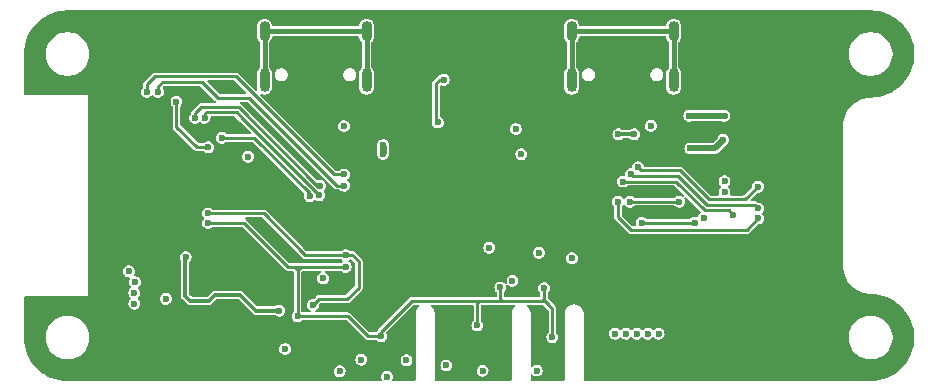
<source format=gbl>
G04 #@! TF.GenerationSoftware,KiCad,Pcbnew,8.0.1*
G04 #@! TF.CreationDate,2024-05-22T20:39:37+03:00*
G04 #@! TF.ProjectId,ESP32-C3_6_pico,45535033-322d-4433-935f-365f7069636f,rev?*
G04 #@! TF.SameCoordinates,Original*
G04 #@! TF.FileFunction,Copper,L4,Bot*
G04 #@! TF.FilePolarity,Positive*
%FSLAX46Y46*%
G04 Gerber Fmt 4.6, Leading zero omitted, Abs format (unit mm)*
G04 Created by KiCad (PCBNEW 8.0.1) date 2024-05-22 20:39:37*
%MOMM*%
%LPD*%
G01*
G04 APERTURE LIST*
G04 #@! TA.AperFunction,ComponentPad*
%ADD10O,0.900000X2.000000*%
G04 #@! TD*
G04 #@! TA.AperFunction,ComponentPad*
%ADD11O,0.900000X1.700000*%
G04 #@! TD*
G04 #@! TA.AperFunction,ViaPad*
%ADD12C,0.600000*%
G04 #@! TD*
G04 #@! TA.AperFunction,ViaPad*
%ADD13C,0.800000*%
G04 #@! TD*
G04 #@! TA.AperFunction,Conductor*
%ADD14C,0.250000*%
G04 #@! TD*
G04 #@! TA.AperFunction,Conductor*
%ADD15C,0.400000*%
G04 #@! TD*
G04 #@! TA.AperFunction,Conductor*
%ADD16C,0.500000*%
G04 #@! TD*
G04 #@! TA.AperFunction,Conductor*
%ADD17C,0.300000*%
G04 #@! TD*
G04 APERTURE END LIST*
D10*
G04 #@! TO.P,U5,S1,SHIELD*
G04 #@! TO.N,Net-(U5-SHIELD)*
X167320001Y-90230000D03*
D11*
X167320001Y-86060000D03*
D10*
X158680001Y-90230000D03*
D11*
X158680001Y-86060000D03*
G04 #@! TD*
D10*
G04 #@! TO.P,J1,S1,SHIELD*
G04 #@! TO.N,Net-(J1-SHIELD)*
X141320000Y-90230000D03*
D11*
X141320000Y-86060000D03*
D10*
X132680000Y-90230000D03*
D11*
X132680000Y-86060000D03*
G04 #@! TD*
D12*
G04 #@! TO.N,+3V3*
X151142500Y-114817500D03*
X121700000Y-107300000D03*
X143050000Y-115325000D03*
X153950000Y-94350000D03*
X162360001Y-111675000D03*
X158700000Y-105300000D03*
X165120000Y-111675000D03*
X144700000Y-113925000D03*
X171625000Y-99680000D03*
X155900000Y-104825000D03*
X121650000Y-109140000D03*
X124325000Y-108725000D03*
X151720000Y-104400000D03*
X139050000Y-114850000D03*
X166039999Y-111675000D03*
X142725000Y-95700000D03*
X164200000Y-111675000D03*
X154420000Y-96475000D03*
X171625000Y-98760000D03*
X163280000Y-111675000D03*
X134425000Y-112970000D03*
X142725000Y-96450000D03*
X148067500Y-114367500D03*
X121200000Y-106400000D03*
X153675000Y-107200000D03*
X155725000Y-114800000D03*
X140875000Y-113875000D03*
X121650000Y-108220000D03*
X169900000Y-101860000D03*
X137650000Y-107000000D03*
X131300000Y-96700000D03*
G04 #@! TO.N,GND*
X140250000Y-96640000D03*
X169925000Y-104700000D03*
X118100000Y-102300000D03*
X127600000Y-106400000D03*
X149092500Y-111842500D03*
X144580001Y-91970000D03*
X140325000Y-94235001D03*
X118100000Y-99100000D03*
X126400000Y-101675000D03*
X166200000Y-91550000D03*
X142075000Y-115325000D03*
X164375000Y-95550000D03*
X160000000Y-105000000D03*
X169675000Y-97840000D03*
X153950000Y-92500000D03*
X128550000Y-106400000D03*
X169675000Y-94160000D03*
X145500000Y-91970000D03*
X139925000Y-113875000D03*
X129075000Y-93950000D03*
X121825000Y-97100000D03*
X164475000Y-93325000D03*
X118100000Y-93950000D03*
X129625000Y-90525000D03*
X152680000Y-105380000D03*
X119775000Y-107300000D03*
X159800000Y-91550000D03*
X120400000Y-106400000D03*
X143375000Y-112275000D03*
X133900000Y-103975000D03*
X155540000Y-110230000D03*
X169675000Y-95080000D03*
X145500000Y-95645000D03*
X123600000Y-102700000D03*
X167100000Y-96500000D03*
X157650000Y-106975000D03*
D13*
X152550000Y-112400000D03*
D12*
X149292500Y-114817500D03*
X155725000Y-87600000D03*
X143660000Y-91970000D03*
X141820000Y-91970000D03*
X137650000Y-108000000D03*
X133450000Y-112100000D03*
X126400000Y-99900000D03*
X169675000Y-98760000D03*
X148260000Y-95645000D03*
X120800000Y-98125000D03*
X146420000Y-95645000D03*
X158566700Y-94259926D03*
X119775000Y-109140000D03*
X168430000Y-101390000D03*
X165289999Y-97100000D03*
X118100000Y-103900000D03*
X119600000Y-106400000D03*
X160000000Y-110000000D03*
X160000000Y-115000000D03*
X118100000Y-95900000D03*
X134200000Y-101400000D03*
X156280000Y-96475000D03*
X148067500Y-112517500D03*
X169925000Y-103750000D03*
X119300000Y-95100000D03*
X168500000Y-97300000D03*
X160000000Y-114000000D03*
X144250000Y-87600000D03*
X134900000Y-114375000D03*
X170825000Y-108469999D03*
X135250000Y-93775000D03*
X160000000Y-106000000D03*
X125375000Y-97100000D03*
X126625000Y-91550000D03*
X160000000Y-103000000D03*
X169675000Y-96920000D03*
X170825000Y-106600000D03*
X119300000Y-96700000D03*
X160000000Y-108000000D03*
X125375000Y-102700000D03*
X118100000Y-97500000D03*
X174332014Y-97749939D03*
X126625000Y-108220000D03*
X142553733Y-113426806D03*
X136400000Y-101400000D03*
X158700000Y-107150000D03*
X119300000Y-104700000D03*
X120800000Y-101674973D03*
X119300000Y-101500000D03*
X120800000Y-99900000D03*
X122147500Y-102700000D03*
X160000000Y-111000000D03*
X160000000Y-107000000D03*
X160000000Y-104000000D03*
X144580000Y-95645000D03*
X143660001Y-95645000D03*
X155750000Y-86600000D03*
X133800000Y-91550000D03*
X165289999Y-99600000D03*
X137975000Y-93775000D03*
X147840000Y-91130000D03*
X142740000Y-91970000D03*
X140900000Y-91975000D03*
X119300000Y-98300000D03*
X129525000Y-106625000D03*
X144700000Y-114875000D03*
X126625000Y-107300000D03*
X135300000Y-101400000D03*
X160000000Y-113000000D03*
X118100000Y-100700000D03*
X129625000Y-109250000D03*
X123600000Y-97100000D03*
X147339999Y-95645000D03*
X119300000Y-103100000D03*
X169675000Y-92310000D03*
X156300000Y-91100000D03*
X118100000Y-105850000D03*
X129075000Y-103100000D03*
X126400000Y-98125000D03*
X119775000Y-108220000D03*
X165289999Y-101400000D03*
X137200000Y-114225000D03*
X160000000Y-109000000D03*
X160000000Y-112000000D03*
X154625000Y-107200000D03*
X140200000Y-91550000D03*
X157750000Y-104825000D03*
X144250000Y-86600000D03*
X119300000Y-99900000D03*
X157575000Y-114800000D03*
X161250000Y-93775000D03*
G04 #@! TO.N,+5V*
X139400000Y-94100000D03*
X165400000Y-94075000D03*
G04 #@! TO.N,/PC1*
X127925000Y-95900000D03*
X125225000Y-92025000D03*
G04 #@! TO.N,Net-(D4-A)*
X147850000Y-90170000D03*
X147350000Y-93795000D03*
G04 #@! TO.N,/UART/TX*
X123660000Y-91210000D03*
X139393509Y-99145000D03*
G04 #@! TO.N,/UART/RX*
X122720000Y-91210000D03*
X139390000Y-98200000D03*
G04 #@! TO.N,Net-(D7-K)*
X168725000Y-96000000D03*
X171523028Y-95264192D03*
G04 #@! TO.N,Net-(D6-A)*
X168650000Y-93225000D03*
X171625000Y-93240001D03*
G04 #@! TO.N,/UART/USB_N*
X163975000Y-94788263D03*
X162645957Y-94788263D03*
G04 #@! TO.N,/CS*
X164600000Y-102275000D03*
X169100000Y-102275000D03*
G04 #@! TO.N,/SCLK*
X163600000Y-100500000D03*
X167800000Y-100500000D03*
G04 #@! TO.N,/MOSI*
X164300000Y-97600000D03*
X174469360Y-99225000D03*
G04 #@! TO.N,/BUSY*
X162600000Y-100500000D03*
X136512644Y-100033115D03*
X174475000Y-101925000D03*
X129070000Y-95100000D03*
G04 #@! TO.N,/D{slash}C*
X163050000Y-98800000D03*
X172375894Y-101625000D03*
X126800000Y-93400000D03*
X137400000Y-99150000D03*
G04 #@! TO.N,/RST*
X127600000Y-93400000D03*
X174469187Y-101075000D03*
X163675000Y-98175000D03*
X137307742Y-99944665D03*
G04 #@! TO.N,/I2C_EN*
X126000000Y-105200000D03*
X133925000Y-109725000D03*
G04 #@! TO.N,/SCK*
X127900000Y-101500000D03*
X139550000Y-105025000D03*
X136775000Y-109250000D03*
G04 #@! TO.N,/SDA*
X150700000Y-110975000D03*
X135475000Y-110200000D03*
X139550000Y-106025000D03*
X156349999Y-107825000D03*
X157050000Y-111975000D03*
X152650000Y-107765001D03*
X142549663Y-111880758D03*
X127900000Y-102300000D03*
G04 #@! TD*
D14*
G04 #@! TO.N,/PC1*
X126975000Y-95900000D02*
X127925000Y-95900000D01*
X125225000Y-92025000D02*
X125225000Y-94150000D01*
X125225000Y-94150000D02*
X126975000Y-95900000D01*
D15*
G04 #@! TO.N,Net-(J1-SHIELD)*
X132680000Y-90230000D02*
X132680000Y-86060000D01*
X141320000Y-86060000D02*
X141320000Y-90230000D01*
X132680000Y-86060000D02*
X141320000Y-86060000D01*
D14*
G04 #@! TO.N,Net-(D4-A)*
X147500000Y-90170000D02*
X147215000Y-90455000D01*
X147215000Y-93660000D02*
X147350000Y-93795000D01*
X147215000Y-90455000D02*
X147215000Y-93660000D01*
X147850000Y-90170000D02*
X147500000Y-90170000D01*
G04 #@! TO.N,/UART/TX*
X127350000Y-90350000D02*
X124050000Y-90350000D01*
X139393509Y-99145000D02*
X138848604Y-99145000D01*
X131403604Y-91700000D02*
X128700000Y-91700000D01*
X123660000Y-90740000D02*
X123660000Y-91210000D01*
X128700000Y-91700000D02*
X127350000Y-90350000D01*
X138848604Y-99145000D02*
X131403604Y-91700000D01*
X124050000Y-90350000D02*
X123660000Y-90740000D01*
G04 #@! TO.N,/UART/RX*
X138540000Y-98200000D02*
X130240000Y-89900000D01*
X123400000Y-89900000D02*
X122720000Y-90580000D01*
X139390000Y-98200000D02*
X138540000Y-98200000D01*
X122720000Y-90580000D02*
X122720000Y-91210000D01*
X130240000Y-89900000D02*
X123400000Y-89900000D01*
D16*
G04 #@! TO.N,Net-(D7-K)*
X168725000Y-96000000D02*
X170787220Y-96000000D01*
X170787220Y-96000000D02*
X171523028Y-95264192D01*
G04 #@! TO.N,Net-(D6-A)*
X171609999Y-93225000D02*
X171625000Y-93240001D01*
X168650000Y-93225000D02*
X171609999Y-93225000D01*
D15*
G04 #@! TO.N,Net-(U5-SHIELD)*
X167320001Y-90230000D02*
X167320001Y-86060000D01*
X158680001Y-86060000D02*
X158680001Y-90230000D01*
X167320001Y-86060000D02*
X158680001Y-86060000D01*
D17*
G04 #@! TO.N,/UART/USB_N*
X163975000Y-94788263D02*
X162645957Y-94788263D01*
D14*
G04 #@! TO.N,/CS*
X164605000Y-102280000D02*
X169095000Y-102280000D01*
X164600000Y-102275000D02*
X164605000Y-102280000D01*
X169095000Y-102280000D02*
X169100000Y-102275000D01*
G04 #@! TO.N,/SCLK*
X167800000Y-100500000D02*
X163600000Y-100500000D01*
G04 #@! TO.N,/MOSI*
X164550000Y-97850000D02*
X167850000Y-97850000D01*
X167850000Y-97850000D02*
X170305000Y-100305000D01*
X170305000Y-100305000D02*
X173389360Y-100305000D01*
X173389360Y-100305000D02*
X174469360Y-99225000D01*
X164300000Y-97600000D02*
X164550000Y-97850000D01*
G04 #@! TO.N,/BUSY*
X131826680Y-95100000D02*
X129070000Y-95100000D01*
X163700000Y-102900000D02*
X173500000Y-102900000D01*
X136512644Y-99785963D02*
X131826680Y-95100000D01*
X136512644Y-100033115D02*
X136512644Y-99785963D01*
X162600000Y-101800000D02*
X163700000Y-102900000D01*
X162600000Y-100500000D02*
X162600000Y-101800000D01*
X173500000Y-102900000D02*
X174475000Y-101925000D01*
G04 #@! TO.N,/D{slash}C*
X126800000Y-93400000D02*
X126800000Y-93000000D01*
X130499472Y-92500000D02*
X137149473Y-99150000D01*
X127300000Y-92500000D02*
X130499472Y-92500000D01*
X172375894Y-101625000D02*
X171985894Y-101235000D01*
X137149473Y-99150000D02*
X137400000Y-99150000D01*
X171985894Y-101235000D02*
X169962208Y-101235000D01*
X126800000Y-93000000D02*
X127300000Y-92500000D01*
X167527208Y-98800000D02*
X163050000Y-98800000D01*
X169962208Y-101235000D02*
X167527208Y-98800000D01*
G04 #@! TO.N,/RST*
X167663604Y-98300000D02*
X170148604Y-100785000D01*
X130313076Y-92950000D02*
X130881538Y-93518462D01*
X174179187Y-100785000D02*
X174469187Y-101075000D01*
X163800000Y-98300000D02*
X167663604Y-98300000D01*
X127600000Y-93400000D02*
X127600000Y-93100000D01*
X170148604Y-100785000D02*
X174179187Y-100785000D01*
X127750000Y-92950000D02*
X130313076Y-92950000D01*
X130881538Y-93518462D02*
X137307742Y-99944665D01*
X163675000Y-98175000D02*
X163800000Y-98300000D01*
X130688077Y-93325000D02*
X130881538Y-93518462D01*
X127600000Y-93100000D02*
X127750000Y-92950000D01*
D17*
G04 #@! TO.N,/I2C_EN*
X125975000Y-105225000D02*
X126000000Y-105200000D01*
X130625000Y-108400000D02*
X128475000Y-108400000D01*
X131950000Y-109725000D02*
X130625000Y-108400000D01*
X133925000Y-109725000D02*
X131950000Y-109725000D01*
X125975000Y-108489239D02*
X125975000Y-105225000D01*
X127975000Y-108900000D02*
X126385761Y-108900000D01*
X126385761Y-108900000D02*
X125975000Y-108489239D01*
X128475000Y-108400000D02*
X127975000Y-108900000D01*
D14*
G04 #@! TO.N,/SCK*
X139675000Y-108750000D02*
X140650000Y-107775000D01*
X140125000Y-105025000D02*
X139550000Y-105025000D01*
X139550000Y-105025000D02*
X136125000Y-105025000D01*
X137275000Y-108750000D02*
X139675000Y-108750000D01*
X136775000Y-109250000D02*
X137275000Y-108750000D01*
X132600000Y-101500000D02*
X127900000Y-101500000D01*
X140650000Y-107775000D02*
X140650000Y-105550000D01*
X136125000Y-105025000D02*
X132600000Y-101500000D01*
X140650000Y-105550000D02*
X140125000Y-105025000D01*
G04 #@! TO.N,/SDA*
X130950000Y-102300000D02*
X127900000Y-102300000D01*
X156650000Y-109150000D02*
X156400000Y-108900000D01*
X150850000Y-108900000D02*
X151000000Y-108900000D01*
X156349999Y-108600000D02*
X156349999Y-108750000D01*
X152650000Y-108750000D02*
X152500000Y-108900000D01*
X156349999Y-108849999D02*
X156650000Y-109150000D01*
X150700000Y-109050000D02*
X150850000Y-108900000D01*
X157050000Y-109550000D02*
X157050000Y-111975000D01*
X135475000Y-106300000D02*
X135200000Y-106025000D01*
X150700000Y-109050000D02*
X150550000Y-108900000D01*
X152500000Y-108900000D02*
X152300000Y-108900000D01*
X150400000Y-108900000D02*
X145150000Y-108900000D01*
X135475000Y-106300000D02*
X135750000Y-106025000D01*
X142549663Y-111500337D02*
X142549663Y-111880758D01*
X135475000Y-110200000D02*
X139725000Y-110200000D01*
X150700000Y-109200000D02*
X150700000Y-109050000D01*
X141405758Y-111880758D02*
X142549663Y-111880758D01*
X152650000Y-108225000D02*
X152650000Y-108550000D01*
X152800000Y-108900000D02*
X152500000Y-108900000D01*
X151000000Y-108900000D02*
X150400000Y-108900000D01*
X135750000Y-106025000D02*
X136175000Y-106025000D01*
X150700000Y-108900000D02*
X150700000Y-109200000D01*
X135475000Y-110200000D02*
X135475000Y-106300000D01*
X156199999Y-108900000D02*
X156100000Y-108900000D01*
X139550000Y-106025000D02*
X136175000Y-106025000D01*
X150550000Y-108900000D02*
X150400000Y-108900000D01*
X152650000Y-108750000D02*
X152800000Y-108900000D01*
X152650000Y-108225000D02*
X152650000Y-108750000D01*
X150700000Y-109200000D02*
X150700000Y-110975000D01*
X156100000Y-108900000D02*
X152800000Y-108900000D01*
X156349999Y-108600000D02*
X156349999Y-108849999D01*
X156349999Y-107825000D02*
X156349999Y-108600000D01*
X156650000Y-109150000D02*
X157050000Y-109550000D01*
X135200000Y-106025000D02*
X134675000Y-106025000D01*
X152650000Y-107765001D02*
X152650000Y-108225000D01*
X152300000Y-108900000D02*
X151000000Y-108900000D01*
X139725000Y-110200000D02*
X141405758Y-111880758D01*
X134675000Y-106025000D02*
X130950000Y-102300000D01*
X145150000Y-108900000D02*
X142549663Y-111500337D01*
X156349999Y-108750000D02*
X156199999Y-108900000D01*
X136175000Y-106025000D02*
X135200000Y-106025000D01*
X156400000Y-108900000D02*
X156100000Y-108900000D01*
G04 #@! TD*
G04 #@! TA.AperFunction,Conductor*
G04 #@! TO.N,+3V3*
G36*
X142984191Y-95718907D02*
G01*
X143020155Y-95768407D01*
X143025000Y-95799000D01*
X143025000Y-96376000D01*
X143006093Y-96434191D01*
X142956593Y-96470155D01*
X142926000Y-96475000D01*
X142524000Y-96475000D01*
X142465809Y-96456093D01*
X142429845Y-96406593D01*
X142425000Y-96376000D01*
X142425000Y-95799000D01*
X142443907Y-95740809D01*
X142493407Y-95704845D01*
X142524000Y-95700000D01*
X142926000Y-95700000D01*
X142984191Y-95718907D01*
G37*
G04 #@! TD.AperFunction*
G04 #@! TD*
G04 #@! TA.AperFunction,Conductor*
G04 #@! TO.N,GND*
G36*
X168366680Y-100104922D02*
G01*
X168388003Y-100121122D01*
X169589064Y-101322183D01*
X169616841Y-101376700D01*
X169607270Y-101437132D01*
X169572584Y-101475471D01*
X169568873Y-101477855D01*
X169474622Y-101586628D01*
X169414834Y-101717542D01*
X169413398Y-101727532D01*
X169386400Y-101782438D01*
X169332284Y-101810990D01*
X169287515Y-101808429D01*
X169171964Y-101774500D01*
X169171961Y-101774500D01*
X169028039Y-101774500D01*
X169028035Y-101774500D01*
X168889949Y-101815046D01*
X168889942Y-101815049D01*
X168768876Y-101892854D01*
X168768875Y-101892855D01*
X168768872Y-101892857D01*
X168747210Y-101917857D01*
X168745066Y-101920331D01*
X168692670Y-101951927D01*
X168670247Y-101954500D01*
X165029753Y-101954500D01*
X164971562Y-101935593D01*
X164954934Y-101920331D01*
X164931128Y-101892857D01*
X164880005Y-101860002D01*
X164810057Y-101815049D01*
X164810054Y-101815047D01*
X164810053Y-101815047D01*
X164810050Y-101815046D01*
X164671964Y-101774500D01*
X164671961Y-101774500D01*
X164528039Y-101774500D01*
X164528035Y-101774500D01*
X164389949Y-101815046D01*
X164389942Y-101815049D01*
X164268873Y-101892855D01*
X164174622Y-102001628D01*
X164114834Y-102132543D01*
X164094353Y-102274997D01*
X164094353Y-102275002D01*
X164114834Y-102417456D01*
X164122560Y-102434373D01*
X164129535Y-102495160D01*
X164099449Y-102548437D01*
X164043793Y-102573855D01*
X164032507Y-102574500D01*
X163875835Y-102574500D01*
X163817644Y-102555593D01*
X163805831Y-102545504D01*
X162954496Y-101694169D01*
X162926719Y-101639652D01*
X162925500Y-101624165D01*
X162925500Y-100925562D01*
X162944407Y-100867371D01*
X162949664Y-100860751D01*
X163025183Y-100773596D01*
X163077575Y-100742003D01*
X163138536Y-100747238D01*
X163174818Y-100773599D01*
X163256072Y-100867371D01*
X163268872Y-100882143D01*
X163389947Y-100959953D01*
X163496403Y-100991211D01*
X163528035Y-101000499D01*
X163528036Y-101000499D01*
X163528039Y-101000500D01*
X163528041Y-101000500D01*
X163671959Y-101000500D01*
X163671961Y-101000500D01*
X163810053Y-100959953D01*
X163931128Y-100882143D01*
X163946820Y-100864033D01*
X163950601Y-100859670D01*
X164002997Y-100828073D01*
X164025421Y-100825500D01*
X167374579Y-100825500D01*
X167432770Y-100844407D01*
X167449399Y-100859670D01*
X167456072Y-100867371D01*
X167468872Y-100882143D01*
X167589947Y-100959953D01*
X167696403Y-100991211D01*
X167728035Y-101000499D01*
X167728036Y-101000499D01*
X167728039Y-101000500D01*
X167728041Y-101000500D01*
X167871959Y-101000500D01*
X167871961Y-101000500D01*
X168010053Y-100959953D01*
X168131128Y-100882143D01*
X168225377Y-100773373D01*
X168285165Y-100642457D01*
X168300814Y-100533614D01*
X168305647Y-100500002D01*
X168305647Y-100499997D01*
X168285165Y-100357543D01*
X168261848Y-100306486D01*
X168227945Y-100232252D01*
X168220971Y-100171466D01*
X168251057Y-100118189D01*
X168306713Y-100092771D01*
X168366680Y-100104922D01*
G37*
G04 #@! TD.AperFunction*
G04 #@! TA.AperFunction,Conductor*
G36*
X130122356Y-90244407D02*
G01*
X130134169Y-90254496D01*
X131085169Y-91205496D01*
X131112946Y-91260013D01*
X131103375Y-91320445D01*
X131060110Y-91363710D01*
X131015165Y-91374500D01*
X128875835Y-91374500D01*
X128817644Y-91355593D01*
X128805831Y-91345504D01*
X127854831Y-90394504D01*
X127827054Y-90339987D01*
X127836625Y-90279555D01*
X127879890Y-90236290D01*
X127924835Y-90225500D01*
X130064165Y-90225500D01*
X130122356Y-90244407D01*
G37*
G04 #@! TD.AperFunction*
G04 #@! TA.AperFunction,Conductor*
G36*
X184002421Y-84300619D02*
G01*
X184032909Y-84302116D01*
X184357776Y-84318076D01*
X184367418Y-84319026D01*
X184716933Y-84370872D01*
X184726439Y-84372762D01*
X185069201Y-84458620D01*
X185078472Y-84461432D01*
X185411161Y-84580470D01*
X185420130Y-84584185D01*
X185739551Y-84735259D01*
X185748093Y-84739826D01*
X186051156Y-84921475D01*
X186059234Y-84926873D01*
X186343035Y-85137355D01*
X186350545Y-85143518D01*
X186508529Y-85286705D01*
X186612343Y-85380796D01*
X186619208Y-85387661D01*
X186856481Y-85649454D01*
X186862644Y-85656964D01*
X187073126Y-85940765D01*
X187078524Y-85948843D01*
X187255402Y-86243946D01*
X187260166Y-86251893D01*
X187264743Y-86260456D01*
X187300838Y-86336772D01*
X187415812Y-86579866D01*
X187419530Y-86588842D01*
X187538563Y-86921514D01*
X187541383Y-86930811D01*
X187627234Y-87273549D01*
X187629129Y-87283078D01*
X187680971Y-87632567D01*
X187681924Y-87642235D01*
X187699261Y-87995142D01*
X187699261Y-88004858D01*
X187681924Y-88357764D01*
X187680971Y-88367432D01*
X187629129Y-88716921D01*
X187627234Y-88726450D01*
X187541383Y-89069188D01*
X187538563Y-89078485D01*
X187419530Y-89411157D01*
X187415812Y-89420133D01*
X187264746Y-89739538D01*
X187260166Y-89748106D01*
X187078524Y-90051156D01*
X187073126Y-90059234D01*
X186862644Y-90343035D01*
X186856481Y-90350545D01*
X186619208Y-90612338D01*
X186612338Y-90619208D01*
X186350545Y-90856481D01*
X186343035Y-90862644D01*
X186059234Y-91073126D01*
X186051156Y-91078524D01*
X185748106Y-91260166D01*
X185739538Y-91264746D01*
X185420133Y-91415812D01*
X185411157Y-91419530D01*
X185078485Y-91538563D01*
X185069188Y-91541383D01*
X184726450Y-91627234D01*
X184716921Y-91629129D01*
X184367432Y-91680971D01*
X184357764Y-91681924D01*
X184002422Y-91699381D01*
X183997564Y-91699500D01*
X183860845Y-91699500D01*
X183860840Y-91699500D01*
X183860833Y-91699501D01*
X183584575Y-91733044D01*
X183584560Y-91733046D01*
X183314348Y-91799648D01*
X183054120Y-91898340D01*
X182807684Y-92027679D01*
X182807683Y-92027680D01*
X182578659Y-92185763D01*
X182578640Y-92185778D01*
X182370332Y-92370322D01*
X182370322Y-92370332D01*
X182185778Y-92578640D01*
X182185763Y-92578659D01*
X182027680Y-92807683D01*
X182027679Y-92807684D01*
X181898340Y-93054120D01*
X181799648Y-93314348D01*
X181733046Y-93584560D01*
X181733044Y-93584575D01*
X181699501Y-93860833D01*
X181699500Y-93860850D01*
X181699500Y-106139149D01*
X181699501Y-106139166D01*
X181733044Y-106415424D01*
X181733046Y-106415439D01*
X181799648Y-106685651D01*
X181799649Y-106685654D01*
X181799650Y-106685657D01*
X181898340Y-106945880D01*
X181986018Y-107112936D01*
X182027679Y-107192315D01*
X182027680Y-107192316D01*
X182185763Y-107421340D01*
X182185768Y-107421346D01*
X182185774Y-107421355D01*
X182370327Y-107629673D01*
X182578645Y-107814226D01*
X182578655Y-107814233D01*
X182578659Y-107814236D01*
X182807683Y-107972319D01*
X182807684Y-107972320D01*
X182807686Y-107972321D01*
X182807689Y-107972323D01*
X183054120Y-108101660D01*
X183314343Y-108200350D01*
X183356574Y-108210759D01*
X183584560Y-108266953D01*
X183584562Y-108266953D01*
X183584565Y-108266954D01*
X183860845Y-108300500D01*
X183952405Y-108300500D01*
X183997564Y-108300500D01*
X184002421Y-108300619D01*
X184032909Y-108302116D01*
X184357776Y-108318076D01*
X184367418Y-108319026D01*
X184716933Y-108370872D01*
X184726439Y-108372762D01*
X185069201Y-108458620D01*
X185078472Y-108461432D01*
X185411161Y-108580470D01*
X185420130Y-108584185D01*
X185739551Y-108735259D01*
X185748093Y-108739826D01*
X186051156Y-108921475D01*
X186059234Y-108926873D01*
X186343035Y-109137355D01*
X186350545Y-109143518D01*
X186468028Y-109249997D01*
X186612343Y-109380796D01*
X186619203Y-109387656D01*
X186677183Y-109451627D01*
X186856481Y-109649454D01*
X186862644Y-109656964D01*
X187073126Y-109940765D01*
X187078524Y-109948843D01*
X187112465Y-110005470D01*
X187255402Y-110243946D01*
X187260166Y-110251893D01*
X187264743Y-110260456D01*
X187300838Y-110336772D01*
X187415812Y-110579866D01*
X187419530Y-110588842D01*
X187538563Y-110921514D01*
X187541383Y-110930811D01*
X187627234Y-111273549D01*
X187629129Y-111283078D01*
X187680971Y-111632567D01*
X187681924Y-111642235D01*
X187699261Y-111995142D01*
X187699261Y-112004858D01*
X187681924Y-112357764D01*
X187680971Y-112367432D01*
X187629129Y-112716921D01*
X187627234Y-112726450D01*
X187541383Y-113069188D01*
X187538563Y-113078485D01*
X187419530Y-113411157D01*
X187415812Y-113420133D01*
X187264746Y-113739538D01*
X187260166Y-113748106D01*
X187078524Y-114051156D01*
X187073126Y-114059234D01*
X186862644Y-114343035D01*
X186856481Y-114350545D01*
X186619208Y-114612338D01*
X186612338Y-114619208D01*
X186350545Y-114856481D01*
X186343035Y-114862644D01*
X186059234Y-115073126D01*
X186051156Y-115078524D01*
X185748106Y-115260166D01*
X185739538Y-115264746D01*
X185420133Y-115415812D01*
X185411157Y-115419530D01*
X185078485Y-115538563D01*
X185069188Y-115541383D01*
X184726450Y-115627234D01*
X184716921Y-115629129D01*
X184367432Y-115680971D01*
X184357764Y-115681924D01*
X184002422Y-115699381D01*
X183997564Y-115699500D01*
X159907790Y-115699500D01*
X159892304Y-115698281D01*
X159878090Y-115696029D01*
X159853835Y-115692188D01*
X159824381Y-115682618D01*
X159796707Y-115668517D01*
X159771652Y-115650314D01*
X159749685Y-115628347D01*
X159731483Y-115603294D01*
X159717379Y-115575614D01*
X159707811Y-115546162D01*
X159701719Y-115507695D01*
X159700500Y-115492209D01*
X159700500Y-111675002D01*
X161854354Y-111675002D01*
X161874835Y-111817456D01*
X161903745Y-111880758D01*
X161934624Y-111948373D01*
X162028871Y-112057141D01*
X162028874Y-112057144D01*
X162128686Y-112121289D01*
X162149948Y-112134953D01*
X162244263Y-112162646D01*
X162288036Y-112175499D01*
X162288037Y-112175499D01*
X162288040Y-112175500D01*
X162288042Y-112175500D01*
X162431960Y-112175500D01*
X162431962Y-112175500D01*
X162570054Y-112134953D01*
X162691129Y-112057143D01*
X162745180Y-111994763D01*
X162797576Y-111963167D01*
X162858537Y-111968402D01*
X162894819Y-111994763D01*
X162948870Y-112057141D01*
X162948872Y-112057143D01*
X163042722Y-112117457D01*
X163069947Y-112134953D01*
X163164262Y-112162646D01*
X163208035Y-112175499D01*
X163208036Y-112175499D01*
X163208039Y-112175500D01*
X163208041Y-112175500D01*
X163351959Y-112175500D01*
X163351961Y-112175500D01*
X163490053Y-112134953D01*
X163611128Y-112057143D01*
X163665182Y-111994760D01*
X163717576Y-111963166D01*
X163778537Y-111968401D01*
X163814817Y-111994760D01*
X163868870Y-112057141D01*
X163868873Y-112057144D01*
X163968685Y-112121289D01*
X163989947Y-112134953D01*
X164084262Y-112162646D01*
X164128035Y-112175499D01*
X164128036Y-112175499D01*
X164128039Y-112175500D01*
X164128041Y-112175500D01*
X164271959Y-112175500D01*
X164271961Y-112175500D01*
X164410053Y-112134953D01*
X164531128Y-112057143D01*
X164585182Y-111994760D01*
X164637576Y-111963166D01*
X164698537Y-111968401D01*
X164734817Y-111994760D01*
X164788870Y-112057141D01*
X164788873Y-112057144D01*
X164888685Y-112121289D01*
X164909947Y-112134953D01*
X165004262Y-112162646D01*
X165048035Y-112175499D01*
X165048036Y-112175499D01*
X165048039Y-112175500D01*
X165048041Y-112175500D01*
X165191959Y-112175500D01*
X165191961Y-112175500D01*
X165330053Y-112134953D01*
X165451128Y-112057143D01*
X165505179Y-111994763D01*
X165557575Y-111963167D01*
X165618536Y-111968402D01*
X165654818Y-111994763D01*
X165708869Y-112057141D01*
X165708871Y-112057143D01*
X165802721Y-112117457D01*
X165829946Y-112134953D01*
X165924261Y-112162646D01*
X165968034Y-112175499D01*
X165968035Y-112175499D01*
X165968038Y-112175500D01*
X165968040Y-112175500D01*
X166111958Y-112175500D01*
X166111960Y-112175500D01*
X166250052Y-112134953D01*
X166271314Y-112121289D01*
X182149500Y-112121289D01*
X182153824Y-112154131D01*
X182180550Y-112357144D01*
X182181161Y-112361779D01*
X182181161Y-112361786D01*
X182181162Y-112361789D01*
X182220888Y-112510049D01*
X182243944Y-112596092D01*
X182243948Y-112596105D01*
X182336772Y-112820204D01*
X182336774Y-112820208D01*
X182336776Y-112820212D01*
X182432294Y-112985654D01*
X182458066Y-113030292D01*
X182605729Y-113222731D01*
X182605731Y-113222733D01*
X182605735Y-113222738D01*
X182777262Y-113394265D01*
X182777266Y-113394268D01*
X182777268Y-113394270D01*
X182905747Y-113492855D01*
X182969711Y-113541936D01*
X183179788Y-113663224D01*
X183403900Y-113756054D01*
X183638211Y-113818838D01*
X183878712Y-113850500D01*
X183878713Y-113850500D01*
X184121287Y-113850500D01*
X184121288Y-113850500D01*
X184361789Y-113818838D01*
X184596100Y-113756054D01*
X184820212Y-113663224D01*
X185030289Y-113541936D01*
X185222738Y-113394265D01*
X185394265Y-113222738D01*
X185541936Y-113030289D01*
X185663224Y-112820212D01*
X185756054Y-112596100D01*
X185818838Y-112361789D01*
X185850500Y-112121288D01*
X185850500Y-111878712D01*
X185818838Y-111638211D01*
X185756054Y-111403900D01*
X185663224Y-111179788D01*
X185541936Y-110969711D01*
X185394265Y-110777262D01*
X185222738Y-110605735D01*
X185222733Y-110605731D01*
X185222731Y-110605729D01*
X185030292Y-110458066D01*
X185030289Y-110458064D01*
X184820212Y-110336776D01*
X184820208Y-110336774D01*
X184820204Y-110336772D01*
X184596105Y-110243948D01*
X184596104Y-110243947D01*
X184596100Y-110243946D01*
X184361789Y-110181162D01*
X184361786Y-110181161D01*
X184361784Y-110181161D01*
X184121289Y-110149500D01*
X184121288Y-110149500D01*
X183878712Y-110149500D01*
X183878710Y-110149500D01*
X183638218Y-110181161D01*
X183638213Y-110181161D01*
X183403907Y-110243944D01*
X183403894Y-110243948D01*
X183179795Y-110336772D01*
X182969707Y-110458066D01*
X182777268Y-110605729D01*
X182605729Y-110777268D01*
X182458066Y-110969707D01*
X182336772Y-111179795D01*
X182243948Y-111403894D01*
X182243944Y-111403907D01*
X182181161Y-111638213D01*
X182181161Y-111638218D01*
X182149500Y-111878710D01*
X182149500Y-112121289D01*
X166271314Y-112121289D01*
X166371127Y-112057143D01*
X166465376Y-111948373D01*
X166525164Y-111817457D01*
X166545646Y-111675000D01*
X166535959Y-111607627D01*
X166525164Y-111532543D01*
X166509669Y-111498615D01*
X166465376Y-111401627D01*
X166371127Y-111292857D01*
X166371126Y-111292856D01*
X166371125Y-111292855D01*
X166250056Y-111215049D01*
X166250053Y-111215047D01*
X166250052Y-111215047D01*
X166250049Y-111215046D01*
X166111963Y-111174500D01*
X166111960Y-111174500D01*
X165968038Y-111174500D01*
X165968034Y-111174500D01*
X165829948Y-111215046D01*
X165829941Y-111215049D01*
X165708871Y-111292856D01*
X165654818Y-111355237D01*
X165602422Y-111386832D01*
X165541461Y-111381596D01*
X165505180Y-111355236D01*
X165451129Y-111292858D01*
X165451127Y-111292856D01*
X165330057Y-111215049D01*
X165330054Y-111215047D01*
X165330053Y-111215047D01*
X165330050Y-111215046D01*
X165191964Y-111174500D01*
X165191961Y-111174500D01*
X165048039Y-111174500D01*
X165048035Y-111174500D01*
X164909949Y-111215046D01*
X164909942Y-111215049D01*
X164788872Y-111292856D01*
X164788870Y-111292858D01*
X164734819Y-111355237D01*
X164682423Y-111386833D01*
X164621462Y-111381597D01*
X164585181Y-111355237D01*
X164531129Y-111292858D01*
X164531127Y-111292856D01*
X164410057Y-111215049D01*
X164410054Y-111215047D01*
X164410053Y-111215047D01*
X164410050Y-111215046D01*
X164271964Y-111174500D01*
X164271961Y-111174500D01*
X164128039Y-111174500D01*
X164128035Y-111174500D01*
X163989949Y-111215046D01*
X163989942Y-111215049D01*
X163868872Y-111292856D01*
X163868870Y-111292858D01*
X163814819Y-111355237D01*
X163762423Y-111386833D01*
X163701462Y-111381597D01*
X163665181Y-111355237D01*
X163611129Y-111292858D01*
X163611127Y-111292856D01*
X163490057Y-111215049D01*
X163490054Y-111215047D01*
X163490053Y-111215047D01*
X163490050Y-111215046D01*
X163351964Y-111174500D01*
X163351961Y-111174500D01*
X163208039Y-111174500D01*
X163208035Y-111174500D01*
X163069949Y-111215046D01*
X163069942Y-111215049D01*
X162948872Y-111292856D01*
X162894819Y-111355237D01*
X162842423Y-111386832D01*
X162781462Y-111381596D01*
X162745181Y-111355236D01*
X162691130Y-111292858D01*
X162691128Y-111292856D01*
X162570058Y-111215049D01*
X162570055Y-111215047D01*
X162570054Y-111215047D01*
X162570051Y-111215046D01*
X162431965Y-111174500D01*
X162431962Y-111174500D01*
X162288040Y-111174500D01*
X162288036Y-111174500D01*
X162149950Y-111215046D01*
X162149943Y-111215049D01*
X162028874Y-111292855D01*
X161934623Y-111401628D01*
X161874835Y-111532543D01*
X161854354Y-111674997D01*
X161854354Y-111675002D01*
X159700500Y-111675002D01*
X159700500Y-109915867D01*
X159700500Y-109915864D01*
X159665514Y-109751269D01*
X159598144Y-109599953D01*
X159597075Y-109597552D01*
X159597073Y-109597549D01*
X159597072Y-109597546D01*
X159498164Y-109461411D01*
X159498160Y-109461407D01*
X159498159Y-109461406D01*
X159374277Y-109349862D01*
X159373114Y-109348815D01*
X159330999Y-109324500D01*
X159227395Y-109264683D01*
X159227390Y-109264681D01*
X159227388Y-109264680D01*
X159227386Y-109264679D01*
X159067350Y-109212680D01*
X158900000Y-109195091D01*
X158732649Y-109212680D01*
X158678283Y-109230345D01*
X158572614Y-109264679D01*
X158572612Y-109264679D01*
X158572609Y-109264681D01*
X158572604Y-109264683D01*
X158426889Y-109348813D01*
X158426883Y-109348817D01*
X158301840Y-109461406D01*
X158301839Y-109461406D01*
X158202926Y-109597549D01*
X158202924Y-109597552D01*
X158134487Y-109751266D01*
X158134485Y-109751272D01*
X158123986Y-109800668D01*
X158099500Y-109915864D01*
X158099500Y-109915867D01*
X158099500Y-115492209D01*
X158098281Y-115507697D01*
X158092188Y-115546164D01*
X158082617Y-115575621D01*
X158068520Y-115603288D01*
X158050314Y-115628347D01*
X158028347Y-115650314D01*
X158003289Y-115668518D01*
X157979593Y-115680593D01*
X157975621Y-115682617D01*
X157946164Y-115692188D01*
X157918848Y-115696514D01*
X157907695Y-115698281D01*
X157892210Y-115699500D01*
X155407790Y-115699500D01*
X155392304Y-115698281D01*
X155378090Y-115696029D01*
X155353835Y-115692188D01*
X155324381Y-115682618D01*
X155296707Y-115668517D01*
X155271652Y-115650314D01*
X155249685Y-115628347D01*
X155231483Y-115603294D01*
X155217379Y-115575614D01*
X155207811Y-115546162D01*
X155201719Y-115507695D01*
X155200500Y-115492209D01*
X155200500Y-115224409D01*
X155219407Y-115166218D01*
X155268907Y-115130254D01*
X155330093Y-115130254D01*
X155374318Y-115159577D01*
X155380073Y-115166218D01*
X155393873Y-115182144D01*
X155471675Y-115232144D01*
X155514947Y-115259953D01*
X155621403Y-115291211D01*
X155653035Y-115300499D01*
X155653036Y-115300499D01*
X155653039Y-115300500D01*
X155653041Y-115300500D01*
X155796959Y-115300500D01*
X155796961Y-115300500D01*
X155935053Y-115259953D01*
X156056128Y-115182143D01*
X156150377Y-115073373D01*
X156210165Y-114942457D01*
X156220870Y-114867999D01*
X156230647Y-114800002D01*
X156230647Y-114799997D01*
X156210165Y-114657543D01*
X156173211Y-114576627D01*
X156150377Y-114526627D01*
X156056128Y-114417857D01*
X156056127Y-114417856D01*
X156056126Y-114417855D01*
X155935057Y-114340049D01*
X155935054Y-114340047D01*
X155935053Y-114340047D01*
X155935050Y-114340046D01*
X155796964Y-114299500D01*
X155796961Y-114299500D01*
X155653039Y-114299500D01*
X155653035Y-114299500D01*
X155514949Y-114340046D01*
X155514942Y-114340049D01*
X155393872Y-114417856D01*
X155374319Y-114440422D01*
X155321922Y-114472017D01*
X155260961Y-114466781D01*
X155214721Y-114426712D01*
X155200500Y-114375590D01*
X155200500Y-109915867D01*
X155200500Y-109915864D01*
X155165514Y-109751269D01*
X155098144Y-109599953D01*
X155097075Y-109597552D01*
X155097073Y-109597549D01*
X155097072Y-109597546D01*
X154998164Y-109461411D01*
X154998162Y-109461410D01*
X154998160Y-109461406D01*
X154998159Y-109461405D01*
X154927819Y-109398071D01*
X154897226Y-109345083D01*
X154903622Y-109284233D01*
X154944563Y-109238763D01*
X154994063Y-109225500D01*
X156057147Y-109225500D01*
X156157146Y-109225500D01*
X156224165Y-109225500D01*
X156282356Y-109244407D01*
X156294169Y-109254496D01*
X156695504Y-109655831D01*
X156723281Y-109710348D01*
X156724500Y-109725835D01*
X156724500Y-111549436D01*
X156705593Y-111607627D01*
X156700320Y-111614267D01*
X156624622Y-111701628D01*
X156564834Y-111832543D01*
X156544353Y-111974997D01*
X156544353Y-111975002D01*
X156564834Y-112117456D01*
X156624622Y-112248371D01*
X156624623Y-112248373D01*
X156704631Y-112340708D01*
X156718873Y-112357144D01*
X156839942Y-112434950D01*
X156839947Y-112434953D01*
X156946403Y-112466211D01*
X156978035Y-112475499D01*
X156978036Y-112475499D01*
X156978039Y-112475500D01*
X156978041Y-112475500D01*
X157121959Y-112475500D01*
X157121961Y-112475500D01*
X157260053Y-112434953D01*
X157381128Y-112357143D01*
X157475377Y-112248373D01*
X157535165Y-112117457D01*
X157551354Y-112004858D01*
X157555647Y-111975002D01*
X157555647Y-111974997D01*
X157535165Y-111832543D01*
X157520840Y-111801176D01*
X157475377Y-111701627D01*
X157399680Y-111614267D01*
X157375863Y-111557907D01*
X157375500Y-111549436D01*
X157375500Y-109507148D01*
X157375500Y-109507147D01*
X157353318Y-109424362D01*
X157310465Y-109350138D01*
X157284827Y-109324500D01*
X157249862Y-109289534D01*
X157249862Y-109289535D01*
X156704495Y-108744168D01*
X156676718Y-108689651D01*
X156675499Y-108674164D01*
X156675499Y-108250562D01*
X156694406Y-108192371D01*
X156699680Y-108185731D01*
X156702786Y-108182147D01*
X156775376Y-108098373D01*
X156835164Y-107967457D01*
X156852796Y-107844824D01*
X156855646Y-107825002D01*
X156855646Y-107824997D01*
X156835164Y-107682543D01*
X156815814Y-107640173D01*
X156775376Y-107551627D01*
X156681127Y-107442857D01*
X156681126Y-107442856D01*
X156681125Y-107442855D01*
X156560056Y-107365049D01*
X156560053Y-107365047D01*
X156560052Y-107365047D01*
X156560049Y-107365046D01*
X156421963Y-107324500D01*
X156421960Y-107324500D01*
X156278038Y-107324500D01*
X156278034Y-107324500D01*
X156139948Y-107365046D01*
X156139941Y-107365049D01*
X156018872Y-107442855D01*
X155924621Y-107551628D01*
X155864833Y-107682543D01*
X155844352Y-107824997D01*
X155844352Y-107825002D01*
X155864833Y-107967456D01*
X155897221Y-108038374D01*
X155924622Y-108098373D01*
X155997163Y-108182091D01*
X156000318Y-108185731D01*
X156024136Y-108242090D01*
X156024499Y-108250562D01*
X156024499Y-108475500D01*
X156005592Y-108533691D01*
X155956092Y-108569655D01*
X155925499Y-108574500D01*
X153074500Y-108574500D01*
X153016309Y-108555593D01*
X152980345Y-108506093D01*
X152975500Y-108475500D01*
X152975500Y-108190563D01*
X152994407Y-108132372D01*
X152999681Y-108125732D01*
X153075377Y-108038374D01*
X153135165Y-107907458D01*
X153148048Y-107817853D01*
X153155647Y-107765003D01*
X153155647Y-107764998D01*
X153134664Y-107619059D01*
X153145097Y-107558770D01*
X153188975Y-107516128D01*
X153249538Y-107507420D01*
X153303652Y-107535973D01*
X153307475Y-107540139D01*
X153343870Y-107582142D01*
X153343872Y-107582143D01*
X153434168Y-107640173D01*
X153464947Y-107659953D01*
X153571403Y-107691211D01*
X153603035Y-107700499D01*
X153603036Y-107700499D01*
X153603039Y-107700500D01*
X153603041Y-107700500D01*
X153746959Y-107700500D01*
X153746961Y-107700500D01*
X153885053Y-107659953D01*
X154006128Y-107582143D01*
X154100377Y-107473373D01*
X154160165Y-107342457D01*
X154180647Y-107200000D01*
X154179542Y-107192316D01*
X154160165Y-107057543D01*
X154146046Y-107026627D01*
X154100377Y-106926627D01*
X154006128Y-106817857D01*
X154006127Y-106817856D01*
X154006126Y-106817855D01*
X153885057Y-106740049D01*
X153885054Y-106740047D01*
X153885053Y-106740047D01*
X153885050Y-106740046D01*
X153746964Y-106699500D01*
X153746961Y-106699500D01*
X153603039Y-106699500D01*
X153603035Y-106699500D01*
X153464949Y-106740046D01*
X153464942Y-106740049D01*
X153343873Y-106817855D01*
X153249622Y-106926628D01*
X153189834Y-107057543D01*
X153169353Y-107199997D01*
X153169353Y-107200003D01*
X153190335Y-107345941D01*
X153179902Y-107406230D01*
X153136023Y-107448873D01*
X153075461Y-107457580D01*
X153021347Y-107429026D01*
X153017532Y-107424871D01*
X152981128Y-107382858D01*
X152981127Y-107382857D01*
X152981126Y-107382856D01*
X152860057Y-107305050D01*
X152860054Y-107305048D01*
X152860053Y-107305048D01*
X152842868Y-107300002D01*
X152721964Y-107264501D01*
X152721961Y-107264501D01*
X152578039Y-107264501D01*
X152578035Y-107264501D01*
X152439949Y-107305047D01*
X152439942Y-107305050D01*
X152318873Y-107382856D01*
X152224622Y-107491629D01*
X152164834Y-107622544D01*
X152144353Y-107764998D01*
X152144353Y-107765003D01*
X152164834Y-107907457D01*
X152224623Y-108038374D01*
X152294946Y-108119532D01*
X152300319Y-108125732D01*
X152324137Y-108182091D01*
X152324500Y-108190563D01*
X152324500Y-108475500D01*
X152305593Y-108533691D01*
X152256093Y-108569655D01*
X152225500Y-108574500D01*
X151042853Y-108574500D01*
X150592853Y-108574500D01*
X150442853Y-108574500D01*
X145192853Y-108574500D01*
X145107147Y-108574500D01*
X145077130Y-108582543D01*
X145024356Y-108596683D01*
X144950142Y-108639531D01*
X142289194Y-111300479D01*
X142246345Y-111374697D01*
X142246344Y-111374697D01*
X142246345Y-111374698D01*
X142224163Y-111457484D01*
X142223316Y-111463918D01*
X142221410Y-111463667D01*
X142205256Y-111513386D01*
X142199986Y-111520022D01*
X142199065Y-111521085D01*
X142146670Y-111552684D01*
X142124242Y-111555258D01*
X141581592Y-111555258D01*
X141523401Y-111536351D01*
X141511588Y-111526262D01*
X140762588Y-110777262D01*
X139924862Y-109939535D01*
X139924859Y-109939533D01*
X139924857Y-109939531D01*
X139850642Y-109896683D01*
X139850644Y-109896683D01*
X139818521Y-109888076D01*
X139767853Y-109874500D01*
X139767851Y-109874500D01*
X137066176Y-109874500D01*
X137007985Y-109855593D01*
X136972021Y-109806093D01*
X136972021Y-109744907D01*
X137007985Y-109695407D01*
X137012653Y-109692216D01*
X137093124Y-109640500D01*
X137106128Y-109632143D01*
X137200377Y-109523373D01*
X137260165Y-109392457D01*
X137275725Y-109284233D01*
X137280647Y-109250002D01*
X137280647Y-109245687D01*
X137299554Y-109187496D01*
X137309643Y-109175683D01*
X137380830Y-109104496D01*
X137435347Y-109076719D01*
X137450834Y-109075500D01*
X139717851Y-109075500D01*
X139717853Y-109075500D01*
X139800639Y-109053318D01*
X139800641Y-109053316D01*
X139800643Y-109053316D01*
X139874857Y-109010468D01*
X139874857Y-109010467D01*
X139874862Y-109010465D01*
X140910465Y-107974862D01*
X140953318Y-107900639D01*
X140975500Y-107817853D01*
X140975500Y-107732147D01*
X140975500Y-105507147D01*
X140954961Y-105430492D01*
X140953318Y-105424361D01*
X140910465Y-105350138D01*
X140324862Y-104764535D01*
X140324859Y-104764533D01*
X140324857Y-104764531D01*
X140250642Y-104721683D01*
X140250644Y-104721683D01*
X140218521Y-104713076D01*
X140167853Y-104699500D01*
X140167851Y-104699500D01*
X139975421Y-104699500D01*
X139917230Y-104680593D01*
X139900601Y-104665330D01*
X139881128Y-104642857D01*
X139881127Y-104642856D01*
X139760057Y-104565049D01*
X139760054Y-104565047D01*
X139760053Y-104565047D01*
X139760050Y-104565046D01*
X139621964Y-104524500D01*
X139621961Y-104524500D01*
X139478039Y-104524500D01*
X139478035Y-104524500D01*
X139339949Y-104565046D01*
X139339942Y-104565049D01*
X139218872Y-104642856D01*
X139218871Y-104642857D01*
X139199399Y-104665330D01*
X139147003Y-104696927D01*
X139124579Y-104699500D01*
X136300834Y-104699500D01*
X136242643Y-104680593D01*
X136230830Y-104670504D01*
X135960328Y-104400002D01*
X151214353Y-104400002D01*
X151234834Y-104542456D01*
X151290950Y-104665330D01*
X151294623Y-104673373D01*
X151336483Y-104721682D01*
X151388873Y-104782144D01*
X151509942Y-104859950D01*
X151509947Y-104859953D01*
X151616403Y-104891211D01*
X151648035Y-104900499D01*
X151648036Y-104900499D01*
X151648039Y-104900500D01*
X151648041Y-104900500D01*
X151791959Y-104900500D01*
X151791961Y-104900500D01*
X151930053Y-104859953D01*
X151984438Y-104825002D01*
X155394353Y-104825002D01*
X155414834Y-104967456D01*
X155455976Y-105057543D01*
X155474623Y-105098373D01*
X155568872Y-105207143D01*
X155568873Y-105207144D01*
X155596443Y-105224862D01*
X155689947Y-105284953D01*
X155796403Y-105316211D01*
X155828035Y-105325499D01*
X155828036Y-105325499D01*
X155828039Y-105325500D01*
X155828041Y-105325500D01*
X155971959Y-105325500D01*
X155971961Y-105325500D01*
X156058807Y-105300000D01*
X158194353Y-105300000D01*
X158214834Y-105442456D01*
X158271882Y-105567371D01*
X158274623Y-105573373D01*
X158319845Y-105625562D01*
X158368873Y-105682144D01*
X158436858Y-105725835D01*
X158489947Y-105759953D01*
X158596403Y-105791211D01*
X158628035Y-105800499D01*
X158628036Y-105800499D01*
X158628039Y-105800500D01*
X158628041Y-105800500D01*
X158771959Y-105800500D01*
X158771961Y-105800500D01*
X158910053Y-105759953D01*
X159031128Y-105682143D01*
X159125377Y-105573373D01*
X159185165Y-105442457D01*
X159205647Y-105300000D01*
X159205647Y-105299996D01*
X159185165Y-105157543D01*
X159125377Y-105026627D01*
X159031128Y-104917857D01*
X159031127Y-104917856D01*
X159031126Y-104917855D01*
X158910057Y-104840049D01*
X158910054Y-104840047D01*
X158910053Y-104840047D01*
X158910050Y-104840046D01*
X158771964Y-104799500D01*
X158771961Y-104799500D01*
X158628039Y-104799500D01*
X158628035Y-104799500D01*
X158489949Y-104840046D01*
X158489942Y-104840049D01*
X158368873Y-104917855D01*
X158274622Y-105026628D01*
X158214834Y-105157543D01*
X158194353Y-105299996D01*
X158194353Y-105300000D01*
X156058807Y-105300000D01*
X156110053Y-105284953D01*
X156231128Y-105207143D01*
X156325377Y-105098373D01*
X156385165Y-104967457D01*
X156400622Y-104859950D01*
X156405647Y-104825002D01*
X156405647Y-104824997D01*
X156385165Y-104682543D01*
X156367040Y-104642856D01*
X156325377Y-104551627D01*
X156231128Y-104442857D01*
X156231127Y-104442856D01*
X156231126Y-104442855D01*
X156110057Y-104365049D01*
X156110054Y-104365047D01*
X156110053Y-104365047D01*
X156110050Y-104365046D01*
X155971964Y-104324500D01*
X155971961Y-104324500D01*
X155828039Y-104324500D01*
X155828035Y-104324500D01*
X155689949Y-104365046D01*
X155689942Y-104365049D01*
X155568873Y-104442855D01*
X155474622Y-104551628D01*
X155414834Y-104682543D01*
X155394353Y-104824997D01*
X155394353Y-104825002D01*
X151984438Y-104825002D01*
X152051128Y-104782143D01*
X152145377Y-104673373D01*
X152205165Y-104542457D01*
X152219485Y-104442857D01*
X152225647Y-104400002D01*
X152225647Y-104399997D01*
X152205165Y-104257543D01*
X152145377Y-104126628D01*
X152145377Y-104126627D01*
X152051128Y-104017857D01*
X152051127Y-104017856D01*
X152051126Y-104017855D01*
X151930057Y-103940049D01*
X151930054Y-103940047D01*
X151930053Y-103940047D01*
X151930050Y-103940046D01*
X151791964Y-103899500D01*
X151791961Y-103899500D01*
X151648039Y-103899500D01*
X151648035Y-103899500D01*
X151509949Y-103940046D01*
X151509942Y-103940049D01*
X151388873Y-104017855D01*
X151294622Y-104126628D01*
X151234834Y-104257543D01*
X151214353Y-104399997D01*
X151214353Y-104400002D01*
X135960328Y-104400002D01*
X134720791Y-103160465D01*
X132799862Y-101239535D01*
X132799859Y-101239533D01*
X132799857Y-101239531D01*
X132725642Y-101196683D01*
X132725644Y-101196683D01*
X132693521Y-101188076D01*
X132642853Y-101174500D01*
X132642851Y-101174500D01*
X128325421Y-101174500D01*
X128267230Y-101155593D01*
X128250601Y-101140330D01*
X128231128Y-101117857D01*
X128231127Y-101117856D01*
X128110057Y-101040049D01*
X128110054Y-101040047D01*
X128110053Y-101040047D01*
X128110050Y-101040046D01*
X127971964Y-100999500D01*
X127971961Y-100999500D01*
X127828039Y-100999500D01*
X127828035Y-100999500D01*
X127689949Y-101040046D01*
X127689942Y-101040049D01*
X127568873Y-101117855D01*
X127474622Y-101226628D01*
X127414834Y-101357543D01*
X127394353Y-101499997D01*
X127394353Y-101500002D01*
X127414834Y-101642456D01*
X127474623Y-101773373D01*
X127528169Y-101835170D01*
X127551986Y-101891529D01*
X127538127Y-101951124D01*
X127528169Y-101964830D01*
X127474623Y-102026626D01*
X127414834Y-102157543D01*
X127394353Y-102299997D01*
X127394353Y-102300002D01*
X127414834Y-102442456D01*
X127463206Y-102548373D01*
X127474623Y-102573373D01*
X127536174Y-102644407D01*
X127568873Y-102682144D01*
X127689942Y-102759950D01*
X127689947Y-102759953D01*
X127796403Y-102791211D01*
X127828035Y-102800499D01*
X127828036Y-102800499D01*
X127828039Y-102800500D01*
X127828041Y-102800500D01*
X127971959Y-102800500D01*
X127971961Y-102800500D01*
X128110053Y-102759953D01*
X128231128Y-102682143D01*
X128250601Y-102659670D01*
X128302997Y-102628073D01*
X128325421Y-102625500D01*
X130774165Y-102625500D01*
X130832356Y-102644407D01*
X130844169Y-102654496D01*
X134414533Y-106224859D01*
X134414535Y-106224862D01*
X134475138Y-106285465D01*
X134501180Y-106300500D01*
X134549362Y-106328318D01*
X134632145Y-106350500D01*
X134632147Y-106350501D01*
X134632148Y-106350501D01*
X134723916Y-106350501D01*
X134723932Y-106350500D01*
X135024166Y-106350500D01*
X135082357Y-106369407D01*
X135094168Y-106379495D01*
X135120502Y-106405828D01*
X135148281Y-106460344D01*
X135149500Y-106475833D01*
X135149500Y-109774436D01*
X135130593Y-109832627D01*
X135125320Y-109839267D01*
X135049622Y-109926628D01*
X134989834Y-110057543D01*
X134969353Y-110199997D01*
X134969353Y-110200002D01*
X134989834Y-110342456D01*
X135042632Y-110458066D01*
X135049623Y-110473373D01*
X135119916Y-110554496D01*
X135143873Y-110582144D01*
X135193858Y-110614267D01*
X135264947Y-110659953D01*
X135371403Y-110691211D01*
X135403035Y-110700499D01*
X135403036Y-110700499D01*
X135403039Y-110700500D01*
X135403041Y-110700500D01*
X135546959Y-110700500D01*
X135546961Y-110700500D01*
X135685053Y-110659953D01*
X135806128Y-110582143D01*
X135825601Y-110559670D01*
X135877997Y-110528073D01*
X135900421Y-110525500D01*
X139549165Y-110525500D01*
X139607356Y-110544407D01*
X139619169Y-110554496D01*
X141145291Y-112080617D01*
X141145293Y-112080620D01*
X141205896Y-112141223D01*
X141243005Y-112162647D01*
X141243007Y-112162649D01*
X141274034Y-112180563D01*
X141280119Y-112184076D01*
X141362905Y-112206259D01*
X141362907Y-112206259D01*
X141454674Y-112206259D01*
X141454690Y-112206258D01*
X142124242Y-112206258D01*
X142182433Y-112225165D01*
X142199062Y-112240428D01*
X142218534Y-112262900D01*
X142218535Y-112262901D01*
X142339610Y-112340711D01*
X142446066Y-112371969D01*
X142477698Y-112381257D01*
X142477699Y-112381257D01*
X142477702Y-112381258D01*
X142477704Y-112381258D01*
X142621622Y-112381258D01*
X142621624Y-112381258D01*
X142759716Y-112340711D01*
X142880791Y-112262901D01*
X142975040Y-112154131D01*
X143034828Y-112023215D01*
X143055310Y-111880758D01*
X143054131Y-111872561D01*
X143034828Y-111738301D01*
X142980991Y-111620416D01*
X142974016Y-111559629D01*
X143001038Y-111509287D01*
X145255831Y-109254496D01*
X145310348Y-109226719D01*
X145325835Y-109225500D01*
X145705937Y-109225500D01*
X145764128Y-109244407D01*
X145800092Y-109293907D01*
X145800092Y-109355093D01*
X145772181Y-109398071D01*
X145701840Y-109461405D01*
X145701839Y-109461406D01*
X145602926Y-109597549D01*
X145602924Y-109597552D01*
X145534487Y-109751266D01*
X145534485Y-109751272D01*
X145523986Y-109800668D01*
X145499500Y-109915864D01*
X145499500Y-109915867D01*
X145499500Y-115492209D01*
X145498281Y-115507697D01*
X145492188Y-115546164D01*
X145482617Y-115575621D01*
X145468520Y-115603288D01*
X145450314Y-115628347D01*
X145428347Y-115650314D01*
X145403289Y-115668518D01*
X145379593Y-115680593D01*
X145375621Y-115682617D01*
X145346164Y-115692188D01*
X145318848Y-115696514D01*
X145307695Y-115698281D01*
X145292210Y-115699500D01*
X143583241Y-115699500D01*
X143525050Y-115680593D01*
X143489086Y-115631093D01*
X143489086Y-115569907D01*
X143493188Y-115559373D01*
X143535165Y-115467456D01*
X143555647Y-115325002D01*
X143555647Y-115324997D01*
X143535165Y-115182543D01*
X143534982Y-115182143D01*
X143475377Y-115051627D01*
X143381128Y-114942857D01*
X143381127Y-114942856D01*
X143381126Y-114942855D01*
X143260057Y-114865049D01*
X143260054Y-114865047D01*
X143260053Y-114865047D01*
X143260050Y-114865046D01*
X143121964Y-114824500D01*
X143121961Y-114824500D01*
X142978039Y-114824500D01*
X142978035Y-114824500D01*
X142839949Y-114865046D01*
X142839942Y-114865049D01*
X142718873Y-114942855D01*
X142624622Y-115051628D01*
X142564834Y-115182543D01*
X142544353Y-115324997D01*
X142544353Y-115325002D01*
X142564834Y-115467456D01*
X142606812Y-115559373D01*
X142613787Y-115620160D01*
X142583701Y-115673437D01*
X142528045Y-115698855D01*
X142516759Y-115699500D01*
X116002436Y-115699500D01*
X115997578Y-115699381D01*
X115642235Y-115681924D01*
X115632567Y-115680971D01*
X115283078Y-115629129D01*
X115273549Y-115627234D01*
X114930811Y-115541383D01*
X114921514Y-115538563D01*
X114588842Y-115419530D01*
X114579866Y-115415812D01*
X114387863Y-115325002D01*
X114260456Y-115264743D01*
X114251899Y-115260169D01*
X114035149Y-115130254D01*
X113948843Y-115078524D01*
X113940765Y-115073126D01*
X113656964Y-114862644D01*
X113649454Y-114856481D01*
X113642305Y-114850002D01*
X138544353Y-114850002D01*
X138564834Y-114992456D01*
X138624622Y-115123371D01*
X138624623Y-115123373D01*
X138675548Y-115182144D01*
X138718873Y-115232144D01*
X138839942Y-115309950D01*
X138839947Y-115309953D01*
X138946403Y-115341211D01*
X138978035Y-115350499D01*
X138978036Y-115350499D01*
X138978039Y-115350500D01*
X138978041Y-115350500D01*
X139121959Y-115350500D01*
X139121961Y-115350500D01*
X139260053Y-115309953D01*
X139381128Y-115232143D01*
X139475377Y-115123373D01*
X139535165Y-114992457D01*
X139553059Y-114867999D01*
X139555647Y-114850002D01*
X139555647Y-114849997D01*
X139535165Y-114707543D01*
X139475377Y-114576627D01*
X139381128Y-114467857D01*
X139381127Y-114467856D01*
X139381126Y-114467855D01*
X139260057Y-114390049D01*
X139260054Y-114390047D01*
X139260053Y-114390047D01*
X139260050Y-114390046D01*
X139121964Y-114349500D01*
X139121961Y-114349500D01*
X138978039Y-114349500D01*
X138978035Y-114349500D01*
X138839949Y-114390046D01*
X138839942Y-114390049D01*
X138718873Y-114467855D01*
X138624622Y-114576628D01*
X138564834Y-114707543D01*
X138544353Y-114849997D01*
X138544353Y-114850002D01*
X113642305Y-114850002D01*
X113387661Y-114619208D01*
X113380796Y-114612343D01*
X113249842Y-114467857D01*
X113143518Y-114350545D01*
X113137355Y-114343035D01*
X112926873Y-114059234D01*
X112921475Y-114051156D01*
X112901276Y-114017456D01*
X112815892Y-113875002D01*
X140369353Y-113875002D01*
X140389834Y-114017456D01*
X140405225Y-114051156D01*
X140449623Y-114148373D01*
X140543872Y-114257143D01*
X140543873Y-114257144D01*
X140664942Y-114334950D01*
X140664947Y-114334953D01*
X140741903Y-114357549D01*
X140803035Y-114375499D01*
X140803036Y-114375499D01*
X140803039Y-114375500D01*
X140803041Y-114375500D01*
X140946959Y-114375500D01*
X140946961Y-114375500D01*
X141085053Y-114334953D01*
X141206128Y-114257143D01*
X141300377Y-114148373D01*
X141360165Y-114017457D01*
X141373458Y-113925002D01*
X144194353Y-113925002D01*
X144214834Y-114067456D01*
X144274622Y-114198371D01*
X144274623Y-114198373D01*
X144368872Y-114307143D01*
X144368873Y-114307144D01*
X144489942Y-114384950D01*
X144489947Y-114384953D01*
X144596403Y-114416211D01*
X144628035Y-114425499D01*
X144628036Y-114425499D01*
X144628039Y-114425500D01*
X144628041Y-114425500D01*
X144771959Y-114425500D01*
X144771961Y-114425500D01*
X144910053Y-114384953D01*
X145031128Y-114307143D01*
X145125377Y-114198373D01*
X145185165Y-114067457D01*
X145205647Y-113925000D01*
X145198458Y-113875002D01*
X145185165Y-113782543D01*
X145165242Y-113738918D01*
X145125377Y-113651627D01*
X145031128Y-113542857D01*
X145031127Y-113542856D01*
X145031126Y-113542855D01*
X144910057Y-113465049D01*
X144910054Y-113465047D01*
X144910053Y-113465047D01*
X144910050Y-113465046D01*
X144771964Y-113424500D01*
X144771961Y-113424500D01*
X144628039Y-113424500D01*
X144628035Y-113424500D01*
X144489949Y-113465046D01*
X144489942Y-113465049D01*
X144368873Y-113542855D01*
X144274622Y-113651628D01*
X144214834Y-113782543D01*
X144194353Y-113924997D01*
X144194353Y-113925002D01*
X141373458Y-113925002D01*
X141375967Y-113907549D01*
X141380647Y-113875002D01*
X141380647Y-113874997D01*
X141360165Y-113732543D01*
X141328509Y-113663227D01*
X141300377Y-113601627D01*
X141206128Y-113492857D01*
X141206127Y-113492856D01*
X141206126Y-113492855D01*
X141085057Y-113415049D01*
X141085054Y-113415047D01*
X141085053Y-113415047D01*
X141071805Y-113411157D01*
X140946964Y-113374500D01*
X140946961Y-113374500D01*
X140803039Y-113374500D01*
X140803035Y-113374500D01*
X140664949Y-113415046D01*
X140664942Y-113415049D01*
X140543873Y-113492855D01*
X140449622Y-113601628D01*
X140389834Y-113732543D01*
X140369353Y-113874997D01*
X140369353Y-113875002D01*
X112815892Y-113875002D01*
X112739826Y-113748093D01*
X112735259Y-113739551D01*
X112584185Y-113420130D01*
X112580469Y-113411157D01*
X112559354Y-113352144D01*
X112461432Y-113078472D01*
X112458620Y-113069201D01*
X112372762Y-112726439D01*
X112370872Y-112716933D01*
X112319026Y-112367418D01*
X112318076Y-112357776D01*
X112306458Y-112121289D01*
X114149500Y-112121289D01*
X114153824Y-112154131D01*
X114180550Y-112357144D01*
X114181161Y-112361779D01*
X114181161Y-112361786D01*
X114181162Y-112361789D01*
X114220888Y-112510049D01*
X114243944Y-112596092D01*
X114243948Y-112596105D01*
X114336772Y-112820204D01*
X114336774Y-112820208D01*
X114336776Y-112820212D01*
X114432294Y-112985654D01*
X114458066Y-113030292D01*
X114605729Y-113222731D01*
X114605731Y-113222733D01*
X114605735Y-113222738D01*
X114777262Y-113394265D01*
X114777266Y-113394268D01*
X114777268Y-113394270D01*
X114905747Y-113492855D01*
X114969711Y-113541936D01*
X115179788Y-113663224D01*
X115403900Y-113756054D01*
X115638211Y-113818838D01*
X115878712Y-113850500D01*
X115878713Y-113850500D01*
X116121287Y-113850500D01*
X116121288Y-113850500D01*
X116361789Y-113818838D01*
X116596100Y-113756054D01*
X116820212Y-113663224D01*
X117030289Y-113541936D01*
X117222738Y-113394265D01*
X117394265Y-113222738D01*
X117541936Y-113030289D01*
X117576743Y-112970002D01*
X133919353Y-112970002D01*
X133939834Y-113112456D01*
X133990196Y-113222731D01*
X133999623Y-113243373D01*
X134093872Y-113352143D01*
X134093873Y-113352144D01*
X134206462Y-113424500D01*
X134214947Y-113429953D01*
X134321403Y-113461211D01*
X134353035Y-113470499D01*
X134353036Y-113470499D01*
X134353039Y-113470500D01*
X134353041Y-113470500D01*
X134496959Y-113470500D01*
X134496961Y-113470500D01*
X134635053Y-113429953D01*
X134756128Y-113352143D01*
X134850377Y-113243373D01*
X134910165Y-113112457D01*
X134916992Y-113064971D01*
X134930647Y-112970002D01*
X134930647Y-112969997D01*
X134910165Y-112827543D01*
X134850377Y-112696628D01*
X134850377Y-112696627D01*
X134756128Y-112587857D01*
X134756127Y-112587856D01*
X134756126Y-112587855D01*
X134635057Y-112510049D01*
X134635054Y-112510047D01*
X134635053Y-112510047D01*
X134635050Y-112510046D01*
X134496964Y-112469500D01*
X134496961Y-112469500D01*
X134353039Y-112469500D01*
X134353035Y-112469500D01*
X134214949Y-112510046D01*
X134214942Y-112510049D01*
X134093873Y-112587855D01*
X133999622Y-112696628D01*
X133939834Y-112827543D01*
X133919353Y-112969997D01*
X133919353Y-112970002D01*
X117576743Y-112970002D01*
X117663224Y-112820212D01*
X117756054Y-112596100D01*
X117818838Y-112361789D01*
X117850500Y-112121288D01*
X117850500Y-111878712D01*
X117818838Y-111638211D01*
X117756054Y-111403900D01*
X117663224Y-111179788D01*
X117541936Y-110969711D01*
X117394265Y-110777262D01*
X117222738Y-110605735D01*
X117222733Y-110605731D01*
X117222731Y-110605729D01*
X117030292Y-110458066D01*
X117030289Y-110458064D01*
X116820212Y-110336776D01*
X116820208Y-110336774D01*
X116820204Y-110336772D01*
X116596105Y-110243948D01*
X116596104Y-110243947D01*
X116596100Y-110243946D01*
X116361789Y-110181162D01*
X116361786Y-110181161D01*
X116361784Y-110181161D01*
X116121289Y-110149500D01*
X116121288Y-110149500D01*
X115878712Y-110149500D01*
X115878710Y-110149500D01*
X115638218Y-110181161D01*
X115638213Y-110181161D01*
X115403907Y-110243944D01*
X115403894Y-110243948D01*
X115179795Y-110336772D01*
X114969707Y-110458066D01*
X114777268Y-110605729D01*
X114605729Y-110777268D01*
X114458066Y-110969707D01*
X114336772Y-111179795D01*
X114243948Y-111403894D01*
X114243944Y-111403907D01*
X114181161Y-111638213D01*
X114181161Y-111638218D01*
X114149500Y-111878710D01*
X114149500Y-112121289D01*
X112306458Y-112121289D01*
X112300619Y-112002421D01*
X112300500Y-111997564D01*
X112300500Y-108599000D01*
X112319407Y-108540809D01*
X112368907Y-108504845D01*
X112399500Y-108500000D01*
X117749999Y-108500000D01*
X117750000Y-108500000D01*
X117750000Y-106400002D01*
X120694353Y-106400002D01*
X120714834Y-106542456D01*
X120749268Y-106617855D01*
X120774623Y-106673373D01*
X120832395Y-106740046D01*
X120868873Y-106782144D01*
X120986197Y-106857543D01*
X120989947Y-106859953D01*
X121096403Y-106891211D01*
X121128035Y-106900499D01*
X121128036Y-106900499D01*
X121128039Y-106900500D01*
X121128041Y-106900500D01*
X121178176Y-106900500D01*
X121236367Y-106919407D01*
X121272331Y-106968907D01*
X121272331Y-107030093D01*
X121268229Y-107040627D01*
X121214834Y-107157543D01*
X121194353Y-107299997D01*
X121194353Y-107300002D01*
X121214834Y-107442456D01*
X121244503Y-107507420D01*
X121274623Y-107573373D01*
X121332505Y-107640173D01*
X121362834Y-107675175D01*
X121386651Y-107731535D01*
X121372792Y-107791130D01*
X121341539Y-107823289D01*
X121318873Y-107837855D01*
X121224622Y-107946628D01*
X121164834Y-108077543D01*
X121144353Y-108219997D01*
X121144353Y-108220002D01*
X121164834Y-108362456D01*
X121222870Y-108489535D01*
X121224623Y-108493373D01*
X121314140Y-108596682D01*
X121318873Y-108602144D01*
X121322379Y-108605182D01*
X121353974Y-108657579D01*
X121348736Y-108718540D01*
X121322379Y-108754818D01*
X121318873Y-108757855D01*
X121224622Y-108866628D01*
X121164834Y-108997543D01*
X121144353Y-109139997D01*
X121144353Y-109140002D01*
X121164834Y-109282456D01*
X121215070Y-109392456D01*
X121224623Y-109413373D01*
X121257771Y-109451628D01*
X121318873Y-109522144D01*
X121436206Y-109597549D01*
X121439947Y-109599953D01*
X121546403Y-109631211D01*
X121578035Y-109640499D01*
X121578036Y-109640499D01*
X121578039Y-109640500D01*
X121578041Y-109640500D01*
X121721959Y-109640500D01*
X121721961Y-109640500D01*
X121860053Y-109599953D01*
X121981128Y-109522143D01*
X122075377Y-109413373D01*
X122135165Y-109282457D01*
X122141992Y-109234971D01*
X122155647Y-109140002D01*
X122155647Y-109139997D01*
X122135165Y-108997543D01*
X122116119Y-108955839D01*
X122075377Y-108866627D01*
X121981128Y-108757857D01*
X121981127Y-108757856D01*
X121981126Y-108757855D01*
X121977624Y-108754821D01*
X121959642Y-108725002D01*
X123819353Y-108725002D01*
X123839834Y-108867456D01*
X123880198Y-108955839D01*
X123899623Y-108998373D01*
X123993872Y-109107143D01*
X123993873Y-109107144D01*
X124107971Y-109180470D01*
X124114947Y-109184953D01*
X124201531Y-109210376D01*
X124253035Y-109225499D01*
X124253036Y-109225499D01*
X124253039Y-109225500D01*
X124253041Y-109225500D01*
X124396959Y-109225500D01*
X124396961Y-109225500D01*
X124535053Y-109184953D01*
X124656128Y-109107143D01*
X124750377Y-108998373D01*
X124810165Y-108867457D01*
X124816992Y-108819971D01*
X124830647Y-108725002D01*
X124830647Y-108724997D01*
X124810165Y-108582543D01*
X124795364Y-108550134D01*
X124750377Y-108451627D01*
X124656128Y-108342857D01*
X124656127Y-108342856D01*
X124656126Y-108342855D01*
X124535057Y-108265049D01*
X124535054Y-108265047D01*
X124535053Y-108265047D01*
X124535050Y-108265046D01*
X124396964Y-108224500D01*
X124396961Y-108224500D01*
X124253039Y-108224500D01*
X124253035Y-108224500D01*
X124114949Y-108265046D01*
X124114942Y-108265049D01*
X123993873Y-108342855D01*
X123899622Y-108451628D01*
X123839834Y-108582543D01*
X123819353Y-108724997D01*
X123819353Y-108725002D01*
X121959642Y-108725002D01*
X121946027Y-108702426D01*
X121951261Y-108641465D01*
X121977624Y-108605179D01*
X121981126Y-108602144D01*
X121981125Y-108602144D01*
X121981128Y-108602143D01*
X122075377Y-108493373D01*
X122135165Y-108362457D01*
X122141992Y-108314971D01*
X122155647Y-108220002D01*
X122155647Y-108219997D01*
X122135165Y-108077543D01*
X122133267Y-108073386D01*
X122075377Y-107946627D01*
X121987165Y-107844824D01*
X121963348Y-107788464D01*
X121977207Y-107728869D01*
X122008460Y-107696710D01*
X122031128Y-107682143D01*
X122125377Y-107573373D01*
X122185165Y-107442457D01*
X122193837Y-107382143D01*
X122205647Y-107300002D01*
X122205647Y-107299997D01*
X122185165Y-107157543D01*
X122139496Y-107057543D01*
X122125377Y-107026627D01*
X122031128Y-106917857D01*
X122031127Y-106917856D01*
X122031126Y-106917855D01*
X121910057Y-106840049D01*
X121910054Y-106840047D01*
X121910053Y-106840047D01*
X121910050Y-106840046D01*
X121771964Y-106799500D01*
X121771961Y-106799500D01*
X121721824Y-106799500D01*
X121663633Y-106780593D01*
X121627669Y-106731093D01*
X121627669Y-106669907D01*
X121631771Y-106659373D01*
X121685165Y-106542456D01*
X121685512Y-106540047D01*
X121693433Y-106484950D01*
X121705647Y-106400002D01*
X121705647Y-106399997D01*
X121685165Y-106257543D01*
X121670240Y-106224862D01*
X121625377Y-106126627D01*
X121531128Y-106017857D01*
X121531127Y-106017856D01*
X121531126Y-106017855D01*
X121410057Y-105940049D01*
X121410054Y-105940047D01*
X121410053Y-105940047D01*
X121410050Y-105940046D01*
X121271964Y-105899500D01*
X121271961Y-105899500D01*
X121128039Y-105899500D01*
X121128035Y-105899500D01*
X120989949Y-105940046D01*
X120989942Y-105940049D01*
X120868873Y-106017855D01*
X120774622Y-106126628D01*
X120714834Y-106257543D01*
X120694353Y-106399997D01*
X120694353Y-106400002D01*
X117750000Y-106400002D01*
X117750000Y-105200002D01*
X125494353Y-105200002D01*
X125514834Y-105342456D01*
X125574623Y-105473373D01*
X125600318Y-105503026D01*
X125624137Y-105559384D01*
X125624500Y-105567858D01*
X125624500Y-108535382D01*
X125639009Y-108589533D01*
X125648385Y-108624524D01*
X125648386Y-108624527D01*
X125694530Y-108704451D01*
X126170549Y-109180470D01*
X126250473Y-109226614D01*
X126339617Y-109250500D01*
X126339619Y-109250500D01*
X128021142Y-109250500D01*
X128021144Y-109250500D01*
X128110288Y-109226614D01*
X128190212Y-109180470D01*
X128481147Y-108889535D01*
X128591187Y-108779496D01*
X128645703Y-108751719D01*
X128661190Y-108750500D01*
X130438810Y-108750500D01*
X130497001Y-108769407D01*
X130508814Y-108779496D01*
X131734788Y-110005470D01*
X131807751Y-110047595D01*
X131814712Y-110051614D01*
X131903856Y-110075500D01*
X133521241Y-110075500D01*
X133579432Y-110094407D01*
X133588403Y-110102640D01*
X133588520Y-110102506D01*
X133593871Y-110107143D01*
X133709048Y-110181162D01*
X133714947Y-110184953D01*
X133821403Y-110216211D01*
X133853035Y-110225499D01*
X133853036Y-110225499D01*
X133853039Y-110225500D01*
X133853041Y-110225500D01*
X133996959Y-110225500D01*
X133996961Y-110225500D01*
X134135053Y-110184953D01*
X134256128Y-110107143D01*
X134350377Y-109998373D01*
X134410165Y-109867457D01*
X134427785Y-109744907D01*
X134430647Y-109725002D01*
X134430647Y-109724997D01*
X134410165Y-109582543D01*
X134403083Y-109567035D01*
X134350377Y-109451627D01*
X134256128Y-109342857D01*
X134256127Y-109342856D01*
X134256126Y-109342855D01*
X134135057Y-109265049D01*
X134135054Y-109265047D01*
X134135053Y-109265047D01*
X134135050Y-109265046D01*
X133996964Y-109224500D01*
X133996961Y-109224500D01*
X133853039Y-109224500D01*
X133853035Y-109224500D01*
X133714949Y-109265046D01*
X133714942Y-109265049D01*
X133593871Y-109342856D01*
X133588520Y-109347494D01*
X133587031Y-109345776D01*
X133543659Y-109371928D01*
X133521241Y-109374500D01*
X132136190Y-109374500D01*
X132077999Y-109355593D01*
X132066186Y-109345504D01*
X131455935Y-108735253D01*
X130840212Y-108119530D01*
X130760288Y-108073386D01*
X130671144Y-108049500D01*
X128521144Y-108049500D01*
X128428856Y-108049500D01*
X128339712Y-108073386D01*
X128259785Y-108119532D01*
X127858813Y-108520504D01*
X127804297Y-108548281D01*
X127788810Y-108549500D01*
X126571951Y-108549500D01*
X126513760Y-108530593D01*
X126501947Y-108520504D01*
X126354496Y-108373053D01*
X126326719Y-108318536D01*
X126325500Y-108303049D01*
X126325500Y-105625562D01*
X126344407Y-105567371D01*
X126349681Y-105560731D01*
X126425377Y-105473373D01*
X126485165Y-105342457D01*
X126493433Y-105284950D01*
X126505647Y-105200002D01*
X126505647Y-105199997D01*
X126485165Y-105057543D01*
X126471046Y-105026627D01*
X126425377Y-104926627D01*
X126331128Y-104817857D01*
X126331127Y-104817856D01*
X126331126Y-104817855D01*
X126210057Y-104740049D01*
X126210054Y-104740047D01*
X126210053Y-104740047D01*
X126210050Y-104740046D01*
X126071964Y-104699500D01*
X126071961Y-104699500D01*
X125928039Y-104699500D01*
X125928035Y-104699500D01*
X125789949Y-104740046D01*
X125789942Y-104740049D01*
X125668873Y-104817855D01*
X125574622Y-104926628D01*
X125514834Y-105057543D01*
X125494353Y-105199997D01*
X125494353Y-105200002D01*
X117750000Y-105200002D01*
X117750000Y-96700002D01*
X130794353Y-96700002D01*
X130814834Y-96842456D01*
X130857077Y-96934953D01*
X130874623Y-96973373D01*
X130968872Y-97082143D01*
X130968873Y-97082144D01*
X131089942Y-97159950D01*
X131089947Y-97159953D01*
X131196403Y-97191211D01*
X131228035Y-97200499D01*
X131228036Y-97200499D01*
X131228039Y-97200500D01*
X131228041Y-97200500D01*
X131371959Y-97200500D01*
X131371961Y-97200500D01*
X131510053Y-97159953D01*
X131631128Y-97082143D01*
X131725377Y-96973373D01*
X131785165Y-96842457D01*
X131798692Y-96748373D01*
X131805647Y-96700002D01*
X131805647Y-96699997D01*
X131785165Y-96557543D01*
X131759114Y-96500500D01*
X131725377Y-96426627D01*
X131631128Y-96317857D01*
X131631127Y-96317856D01*
X131631126Y-96317855D01*
X131510057Y-96240049D01*
X131510054Y-96240047D01*
X131510053Y-96240047D01*
X131510050Y-96240046D01*
X131371964Y-96199500D01*
X131371961Y-96199500D01*
X131228039Y-96199500D01*
X131228035Y-96199500D01*
X131089949Y-96240046D01*
X131089942Y-96240049D01*
X130968873Y-96317855D01*
X130874622Y-96426628D01*
X130814834Y-96557543D01*
X130794353Y-96699997D01*
X130794353Y-96700002D01*
X117750000Y-96700002D01*
X117750000Y-92025002D01*
X124719353Y-92025002D01*
X124739834Y-92167456D01*
X124772750Y-92239531D01*
X124799623Y-92298373D01*
X124861975Y-92370332D01*
X124875319Y-92385731D01*
X124899137Y-92442090D01*
X124899500Y-92450562D01*
X124899500Y-94107147D01*
X124899500Y-94192853D01*
X124912791Y-94242456D01*
X124921683Y-94275643D01*
X124964531Y-94349857D01*
X124964533Y-94349859D01*
X124964535Y-94349862D01*
X126714533Y-96099859D01*
X126714535Y-96099862D01*
X126775138Y-96160465D01*
X126798384Y-96173886D01*
X126849361Y-96203318D01*
X126932144Y-96225500D01*
X126932146Y-96225501D01*
X126932147Y-96225501D01*
X127023916Y-96225501D01*
X127023932Y-96225500D01*
X127499579Y-96225500D01*
X127557770Y-96244407D01*
X127574400Y-96259670D01*
X127593872Y-96282143D01*
X127714947Y-96359953D01*
X127821403Y-96391211D01*
X127853035Y-96400499D01*
X127853036Y-96400499D01*
X127853039Y-96400500D01*
X127853041Y-96400500D01*
X127996959Y-96400500D01*
X127996961Y-96400500D01*
X128135053Y-96359953D01*
X128256128Y-96282143D01*
X128350377Y-96173373D01*
X128410165Y-96042457D01*
X128430647Y-95900000D01*
X128416126Y-95799006D01*
X128410165Y-95757543D01*
X128394911Y-95724142D01*
X128350377Y-95626627D01*
X128256128Y-95517857D01*
X128256127Y-95517856D01*
X128256126Y-95517855D01*
X128135057Y-95440049D01*
X128135054Y-95440047D01*
X128135053Y-95440047D01*
X128135050Y-95440046D01*
X127996964Y-95399500D01*
X127996961Y-95399500D01*
X127853039Y-95399500D01*
X127853035Y-95399500D01*
X127714949Y-95440046D01*
X127714942Y-95440049D01*
X127593872Y-95517856D01*
X127593871Y-95517857D01*
X127574399Y-95540330D01*
X127522003Y-95571927D01*
X127499579Y-95574500D01*
X127150834Y-95574500D01*
X127092643Y-95555593D01*
X127080830Y-95545504D01*
X125579496Y-94044169D01*
X125551719Y-93989652D01*
X125550500Y-93974165D01*
X125550500Y-92450562D01*
X125569407Y-92392371D01*
X125574681Y-92385731D01*
X125650377Y-92298373D01*
X125710165Y-92167457D01*
X125730647Y-92025000D01*
X125721368Y-91960465D01*
X125710165Y-91882543D01*
X125650377Y-91751627D01*
X125556128Y-91642857D01*
X125556127Y-91642856D01*
X125556126Y-91642855D01*
X125435057Y-91565049D01*
X125435054Y-91565047D01*
X125435053Y-91565047D01*
X125435050Y-91565046D01*
X125296964Y-91524500D01*
X125296961Y-91524500D01*
X125153039Y-91524500D01*
X125153035Y-91524500D01*
X125014949Y-91565046D01*
X125014942Y-91565049D01*
X124893873Y-91642855D01*
X124799622Y-91751628D01*
X124739834Y-91882543D01*
X124719353Y-92024997D01*
X124719353Y-92025002D01*
X117750000Y-92025002D01*
X117750000Y-91500000D01*
X117749999Y-91500000D01*
X112399500Y-91500000D01*
X112341309Y-91481093D01*
X112305345Y-91431593D01*
X112300500Y-91401000D01*
X112300500Y-91210002D01*
X122214353Y-91210002D01*
X122234834Y-91352456D01*
X122275437Y-91441363D01*
X122294623Y-91483373D01*
X122365395Y-91565049D01*
X122388873Y-91592144D01*
X122509942Y-91669950D01*
X122509947Y-91669953D01*
X122616403Y-91701211D01*
X122648035Y-91710499D01*
X122648036Y-91710499D01*
X122648039Y-91710500D01*
X122648041Y-91710500D01*
X122791959Y-91710500D01*
X122791961Y-91710500D01*
X122930053Y-91669953D01*
X123051128Y-91592143D01*
X123115180Y-91518221D01*
X123167576Y-91486625D01*
X123228537Y-91491860D01*
X123264818Y-91518221D01*
X123284889Y-91541383D01*
X123328871Y-91592142D01*
X123328872Y-91592143D01*
X123407784Y-91642857D01*
X123449947Y-91669953D01*
X123556403Y-91701211D01*
X123588035Y-91710499D01*
X123588036Y-91710499D01*
X123588039Y-91710500D01*
X123588041Y-91710500D01*
X123731959Y-91710500D01*
X123731961Y-91710500D01*
X123870053Y-91669953D01*
X123991128Y-91592143D01*
X124085377Y-91483373D01*
X124145165Y-91352457D01*
X124165647Y-91210000D01*
X124164999Y-91205496D01*
X124145165Y-91067543D01*
X124112251Y-90995473D01*
X124085377Y-90936627D01*
X124070678Y-90919663D01*
X124046862Y-90863305D01*
X124060721Y-90803710D01*
X124075496Y-90784830D01*
X124110031Y-90750296D01*
X124155831Y-90704496D01*
X124210348Y-90676719D01*
X124225834Y-90675500D01*
X127174165Y-90675500D01*
X127232356Y-90694407D01*
X127244169Y-90704496D01*
X128439535Y-91899862D01*
X128439534Y-91899862D01*
X128500138Y-91960465D01*
X128550885Y-91989764D01*
X128591826Y-92035233D01*
X128598222Y-92096083D01*
X128567629Y-92149071D01*
X128511733Y-92173958D01*
X128501385Y-92174500D01*
X127342853Y-92174500D01*
X127257147Y-92174500D01*
X127174361Y-92196682D01*
X127174360Y-92196682D01*
X127174358Y-92196683D01*
X127142403Y-92215133D01*
X127100136Y-92239535D01*
X127039534Y-92300137D01*
X127039535Y-92300138D01*
X126539531Y-92800142D01*
X126496683Y-92874357D01*
X126496682Y-92874359D01*
X126489945Y-92899498D01*
X126489946Y-92899499D01*
X126474500Y-92957147D01*
X126474500Y-92974436D01*
X126455593Y-93032627D01*
X126450320Y-93039267D01*
X126374622Y-93126628D01*
X126314834Y-93257543D01*
X126294353Y-93399997D01*
X126294353Y-93400002D01*
X126314834Y-93542456D01*
X126359403Y-93640046D01*
X126374623Y-93673373D01*
X126465840Y-93778644D01*
X126468873Y-93782144D01*
X126589942Y-93859950D01*
X126589947Y-93859953D01*
X126692436Y-93890046D01*
X126728035Y-93900499D01*
X126728036Y-93900499D01*
X126728039Y-93900500D01*
X126728041Y-93900500D01*
X126871959Y-93900500D01*
X126871961Y-93900500D01*
X127010053Y-93859953D01*
X127131128Y-93782143D01*
X127131136Y-93782133D01*
X127135165Y-93778644D01*
X127191523Y-93754824D01*
X127251119Y-93768679D01*
X127264835Y-93778644D01*
X127268866Y-93782137D01*
X127268872Y-93782143D01*
X127389947Y-93859953D01*
X127492436Y-93890046D01*
X127528035Y-93900499D01*
X127528036Y-93900499D01*
X127528039Y-93900500D01*
X127528041Y-93900500D01*
X127671959Y-93900500D01*
X127671961Y-93900500D01*
X127810053Y-93859953D01*
X127931128Y-93782143D01*
X128025377Y-93673373D01*
X128085165Y-93542457D01*
X128091992Y-93494971D01*
X128105647Y-93400002D01*
X128105646Y-93399997D01*
X128104006Y-93388586D01*
X128114441Y-93328298D01*
X128158320Y-93285657D01*
X128201999Y-93275500D01*
X130137242Y-93275500D01*
X130195433Y-93294407D01*
X130207245Y-93304496D01*
X130617610Y-93714860D01*
X130617615Y-93714866D01*
X130617616Y-93714866D01*
X130621071Y-93718321D01*
X130621073Y-93718324D01*
X131079892Y-94177143D01*
X131508245Y-94605496D01*
X131536022Y-94660013D01*
X131526451Y-94720445D01*
X131483186Y-94763710D01*
X131438241Y-94774500D01*
X129495421Y-94774500D01*
X129437230Y-94755593D01*
X129420601Y-94740330D01*
X129401128Y-94717857D01*
X129401127Y-94717856D01*
X129280057Y-94640049D01*
X129280054Y-94640047D01*
X129280053Y-94640047D01*
X129280050Y-94640046D01*
X129141964Y-94599500D01*
X129141961Y-94599500D01*
X128998039Y-94599500D01*
X128998035Y-94599500D01*
X128859949Y-94640046D01*
X128859942Y-94640049D01*
X128738873Y-94717855D01*
X128644622Y-94826628D01*
X128584834Y-94957543D01*
X128564353Y-95099997D01*
X128564353Y-95100002D01*
X128584834Y-95242456D01*
X128594761Y-95264192D01*
X128644623Y-95373373D01*
X128702395Y-95440046D01*
X128738873Y-95482144D01*
X128856197Y-95557543D01*
X128859947Y-95559953D01*
X128966403Y-95591211D01*
X128998035Y-95600499D01*
X128998036Y-95600499D01*
X128998039Y-95600500D01*
X128998041Y-95600500D01*
X129141959Y-95600500D01*
X129141961Y-95600500D01*
X129280053Y-95559953D01*
X129401128Y-95482143D01*
X129420601Y-95459670D01*
X129472997Y-95428073D01*
X129495421Y-95425500D01*
X131650845Y-95425500D01*
X131709036Y-95444407D01*
X131720849Y-95454496D01*
X136019484Y-99753130D01*
X136047261Y-99807647D01*
X136039535Y-99864258D01*
X136027478Y-99890660D01*
X136027477Y-99890662D01*
X136006997Y-100033112D01*
X136006997Y-100033117D01*
X136027478Y-100175571D01*
X136080024Y-100290628D01*
X136087267Y-100306488D01*
X136181515Y-100415257D01*
X136181517Y-100415259D01*
X136302586Y-100493065D01*
X136302591Y-100493068D01*
X136409047Y-100524326D01*
X136440679Y-100533614D01*
X136440680Y-100533614D01*
X136440683Y-100533615D01*
X136440685Y-100533615D01*
X136584603Y-100533615D01*
X136584605Y-100533615D01*
X136699082Y-100500002D01*
X162094353Y-100500002D01*
X162114834Y-100642456D01*
X162137851Y-100692855D01*
X162174623Y-100773373D01*
X162249399Y-100859670D01*
X162250319Y-100860731D01*
X162274137Y-100917090D01*
X162274500Y-100925562D01*
X162274500Y-101757147D01*
X162274500Y-101842853D01*
X162287898Y-101892855D01*
X162296683Y-101925643D01*
X162339531Y-101999857D01*
X162339533Y-101999859D01*
X162339535Y-101999862D01*
X163500138Y-103160465D01*
X163500140Y-103160466D01*
X163500142Y-103160468D01*
X163574357Y-103203316D01*
X163574355Y-103203316D01*
X163574359Y-103203317D01*
X163574361Y-103203318D01*
X163657147Y-103225500D01*
X163657149Y-103225500D01*
X173542851Y-103225500D01*
X173542853Y-103225500D01*
X173625639Y-103203318D01*
X173625641Y-103203316D01*
X173625643Y-103203316D01*
X173699857Y-103160468D01*
X173699857Y-103160467D01*
X173699862Y-103160465D01*
X174405831Y-102454496D01*
X174460348Y-102426719D01*
X174475835Y-102425500D01*
X174546959Y-102425500D01*
X174546961Y-102425500D01*
X174685053Y-102384953D01*
X174806128Y-102307143D01*
X174900377Y-102198373D01*
X174960165Y-102067457D01*
X174968837Y-102007143D01*
X174980647Y-101925002D01*
X174980647Y-101924997D01*
X174960165Y-101782543D01*
X174930480Y-101717543D01*
X174900377Y-101651627D01*
X174822260Y-101561475D01*
X174798444Y-101505116D01*
X174812303Y-101445521D01*
X174822259Y-101431817D01*
X174894564Y-101348373D01*
X174954352Y-101217457D01*
X174961887Y-101165047D01*
X174974834Y-101075002D01*
X174974834Y-101074997D01*
X174954352Y-100932543D01*
X174931334Y-100882141D01*
X174894564Y-100801627D01*
X174800315Y-100692857D01*
X174800314Y-100692856D01*
X174800313Y-100692855D01*
X174679244Y-100615049D01*
X174679241Y-100615047D01*
X174679240Y-100615047D01*
X174679237Y-100615046D01*
X174541151Y-100574500D01*
X174541148Y-100574500D01*
X174470021Y-100574500D01*
X174411830Y-100555593D01*
X174400023Y-100545509D01*
X174379049Y-100524535D01*
X174379046Y-100524533D01*
X174379044Y-100524531D01*
X174304829Y-100481683D01*
X174304831Y-100481683D01*
X174272708Y-100473076D01*
X174222040Y-100459500D01*
X174222038Y-100459500D01*
X173934195Y-100459500D01*
X173876004Y-100440593D01*
X173840040Y-100391093D01*
X173840040Y-100329907D01*
X173864191Y-100290496D01*
X174400190Y-99754496D01*
X174454707Y-99726719D01*
X174470194Y-99725500D01*
X174541319Y-99725500D01*
X174541321Y-99725500D01*
X174679413Y-99684953D01*
X174800488Y-99607143D01*
X174894737Y-99498373D01*
X174954525Y-99367457D01*
X174975007Y-99225000D01*
X174974288Y-99220000D01*
X174954525Y-99082543D01*
X174950336Y-99073371D01*
X174894737Y-98951627D01*
X174800488Y-98842857D01*
X174800487Y-98842856D01*
X174800486Y-98842855D01*
X174679417Y-98765049D01*
X174679414Y-98765047D01*
X174679413Y-98765047D01*
X174679410Y-98765046D01*
X174541324Y-98724500D01*
X174541321Y-98724500D01*
X174397399Y-98724500D01*
X174397395Y-98724500D01*
X174259309Y-98765046D01*
X174259302Y-98765049D01*
X174138233Y-98842855D01*
X174043982Y-98951628D01*
X173984194Y-99082543D01*
X173963713Y-99224997D01*
X173963713Y-99229311D01*
X173944806Y-99287502D01*
X173934717Y-99299315D01*
X173283529Y-99950504D01*
X173229012Y-99978281D01*
X173213525Y-99979500D01*
X172192493Y-99979500D01*
X172134302Y-99960593D01*
X172098338Y-99911093D01*
X172098338Y-99849907D01*
X172102440Y-99839373D01*
X172110165Y-99822456D01*
X172130647Y-99680002D01*
X172130647Y-99679997D01*
X172110165Y-99537543D01*
X172092276Y-99498373D01*
X172050377Y-99406627D01*
X171956128Y-99297857D01*
X171956127Y-99297856D01*
X171956126Y-99297855D01*
X171952624Y-99294821D01*
X171921027Y-99242426D01*
X171926261Y-99181465D01*
X171952624Y-99145179D01*
X171956126Y-99142144D01*
X171956125Y-99142144D01*
X171956128Y-99142143D01*
X172050377Y-99033373D01*
X172110165Y-98902457D01*
X172124896Y-98800000D01*
X172130647Y-98760002D01*
X172130647Y-98759997D01*
X172110165Y-98617543D01*
X172068645Y-98526628D01*
X172050377Y-98486627D01*
X171956128Y-98377857D01*
X171956127Y-98377856D01*
X171956126Y-98377855D01*
X171835057Y-98300049D01*
X171835054Y-98300047D01*
X171835053Y-98300047D01*
X171835050Y-98300046D01*
X171696964Y-98259500D01*
X171696961Y-98259500D01*
X171553039Y-98259500D01*
X171553035Y-98259500D01*
X171414949Y-98300046D01*
X171414942Y-98300049D01*
X171293873Y-98377855D01*
X171199622Y-98486628D01*
X171139834Y-98617543D01*
X171119353Y-98759997D01*
X171119353Y-98760002D01*
X171139834Y-98902456D01*
X171162290Y-98951627D01*
X171199623Y-99033373D01*
X171293872Y-99142143D01*
X171293873Y-99142144D01*
X171297379Y-99145182D01*
X171328974Y-99197579D01*
X171323736Y-99258540D01*
X171297379Y-99294818D01*
X171293873Y-99297855D01*
X171199622Y-99406628D01*
X171139834Y-99537543D01*
X171119353Y-99679997D01*
X171119353Y-99680002D01*
X171139834Y-99822456D01*
X171147560Y-99839373D01*
X171154535Y-99900160D01*
X171124449Y-99953437D01*
X171068793Y-99978855D01*
X171057507Y-99979500D01*
X170480835Y-99979500D01*
X170422644Y-99960593D01*
X170410831Y-99950504D01*
X169260324Y-98799997D01*
X168049862Y-97589535D01*
X168049859Y-97589533D01*
X168049858Y-97589532D01*
X168049857Y-97589531D01*
X167975642Y-97546683D01*
X167975644Y-97546683D01*
X167943521Y-97538076D01*
X167892853Y-97524500D01*
X167892851Y-97524500D01*
X164878936Y-97524500D01*
X164820745Y-97505593D01*
X164789914Y-97463158D01*
X164788107Y-97463984D01*
X164725377Y-97326628D01*
X164725377Y-97326627D01*
X164631128Y-97217857D01*
X164631127Y-97217856D01*
X164631126Y-97217855D01*
X164510057Y-97140049D01*
X164510054Y-97140047D01*
X164510053Y-97140047D01*
X164510050Y-97140046D01*
X164371964Y-97099500D01*
X164371961Y-97099500D01*
X164228039Y-97099500D01*
X164228035Y-97099500D01*
X164089949Y-97140046D01*
X164089942Y-97140049D01*
X163968873Y-97217855D01*
X163874622Y-97326628D01*
X163814834Y-97457543D01*
X163795849Y-97589589D01*
X163768853Y-97644497D01*
X163714739Y-97673050D01*
X163697857Y-97674500D01*
X163603035Y-97674500D01*
X163464949Y-97715046D01*
X163464942Y-97715049D01*
X163343873Y-97792855D01*
X163249622Y-97901628D01*
X163189834Y-98032543D01*
X163169353Y-98174997D01*
X163170994Y-98186412D01*
X163160559Y-98246701D01*
X163116681Y-98289343D01*
X163073001Y-98299500D01*
X162978035Y-98299500D01*
X162839949Y-98340046D01*
X162839942Y-98340049D01*
X162718873Y-98417855D01*
X162624622Y-98526628D01*
X162564834Y-98657543D01*
X162544353Y-98799997D01*
X162544353Y-98800002D01*
X162564834Y-98942456D01*
X162594559Y-99007543D01*
X162624623Y-99073373D01*
X162691018Y-99149997D01*
X162718873Y-99182144D01*
X162785554Y-99224997D01*
X162839947Y-99259953D01*
X162946403Y-99291211D01*
X162978035Y-99300499D01*
X162978036Y-99300499D01*
X162978039Y-99300500D01*
X162978041Y-99300500D01*
X163121959Y-99300500D01*
X163121961Y-99300500D01*
X163260053Y-99259953D01*
X163381128Y-99182143D01*
X163400601Y-99159670D01*
X163452997Y-99128073D01*
X163475421Y-99125500D01*
X167351373Y-99125500D01*
X167409564Y-99144407D01*
X167421377Y-99154496D01*
X168189716Y-99922835D01*
X168217493Y-99977352D01*
X168207922Y-100037784D01*
X168164657Y-100081049D01*
X168104225Y-100090620D01*
X168066189Y-100076123D01*
X168010057Y-100040049D01*
X168010054Y-100040047D01*
X168010053Y-100040047D01*
X168002346Y-100037784D01*
X167871964Y-99999500D01*
X167871961Y-99999500D01*
X167728039Y-99999500D01*
X167728035Y-99999500D01*
X167589949Y-100040046D01*
X167589942Y-100040049D01*
X167468872Y-100117856D01*
X167468871Y-100117857D01*
X167449399Y-100140330D01*
X167397003Y-100171927D01*
X167374579Y-100174500D01*
X164025421Y-100174500D01*
X163967230Y-100155593D01*
X163950601Y-100140330D01*
X163931128Y-100117857D01*
X163931127Y-100117856D01*
X163810057Y-100040049D01*
X163810054Y-100040047D01*
X163810053Y-100040047D01*
X163802346Y-100037784D01*
X163671964Y-99999500D01*
X163671961Y-99999500D01*
X163528039Y-99999500D01*
X163528035Y-99999500D01*
X163389949Y-100040046D01*
X163389942Y-100040049D01*
X163268872Y-100117856D01*
X163268870Y-100117858D01*
X163174819Y-100226400D01*
X163122424Y-100257996D01*
X163061463Y-100252760D01*
X163025181Y-100226400D01*
X162931129Y-100117858D01*
X162931127Y-100117856D01*
X162810057Y-100040049D01*
X162810054Y-100040047D01*
X162810053Y-100040047D01*
X162802346Y-100037784D01*
X162671964Y-99999500D01*
X162671961Y-99999500D01*
X162528039Y-99999500D01*
X162528035Y-99999500D01*
X162389949Y-100040046D01*
X162389942Y-100040049D01*
X162268873Y-100117855D01*
X162174622Y-100226628D01*
X162114834Y-100357543D01*
X162094353Y-100499997D01*
X162094353Y-100500002D01*
X136699082Y-100500002D01*
X136722697Y-100493068D01*
X136843772Y-100415258D01*
X136884339Y-100368439D01*
X136936733Y-100336844D01*
X136997694Y-100342079D01*
X137012681Y-100349987D01*
X137076643Y-100391093D01*
X137097689Y-100404618D01*
X137204145Y-100435876D01*
X137235777Y-100445164D01*
X137235778Y-100445164D01*
X137235781Y-100445165D01*
X137235783Y-100445165D01*
X137379701Y-100445165D01*
X137379703Y-100445165D01*
X137517795Y-100404618D01*
X137638870Y-100326808D01*
X137733119Y-100218038D01*
X137792907Y-100087122D01*
X137808556Y-99978281D01*
X137813389Y-99944667D01*
X137813389Y-99944662D01*
X137792907Y-99802208D01*
X137771117Y-99754496D01*
X137733119Y-99671292D01*
X137728013Y-99665399D01*
X137704195Y-99609040D01*
X137718053Y-99549445D01*
X137728013Y-99535737D01*
X137731126Y-99532144D01*
X137731128Y-99532143D01*
X137825377Y-99423373D01*
X137885165Y-99292457D01*
X137894244Y-99229311D01*
X137905647Y-99150002D01*
X137905647Y-99149997D01*
X137885165Y-99007543D01*
X137837173Y-98902457D01*
X137825377Y-98876627D01*
X137731128Y-98767857D01*
X137731125Y-98767855D01*
X137731124Y-98767854D01*
X137610057Y-98690049D01*
X137610054Y-98690047D01*
X137610053Y-98690047D01*
X137610050Y-98690046D01*
X137471964Y-98649500D01*
X137471961Y-98649500D01*
X137328039Y-98649500D01*
X137328035Y-98649500D01*
X137215309Y-98682600D01*
X137154149Y-98680852D01*
X137117414Y-98657614D01*
X135541943Y-97082143D01*
X130699334Y-92239535D01*
X130699331Y-92239533D01*
X130699330Y-92239532D01*
X130699329Y-92239531D01*
X130648588Y-92210236D01*
X130607647Y-92164767D01*
X130601251Y-92103917D01*
X130631844Y-92050929D01*
X130687740Y-92026042D01*
X130698088Y-92025500D01*
X131227769Y-92025500D01*
X131285960Y-92044407D01*
X131297773Y-92054496D01*
X137868572Y-98625295D01*
X137870188Y-98628468D01*
X137873688Y-98630411D01*
X138648742Y-99405465D01*
X138648744Y-99405466D01*
X138648746Y-99405468D01*
X138722961Y-99448316D01*
X138722959Y-99448316D01*
X138722963Y-99448317D01*
X138722965Y-99448318D01*
X138805751Y-99470500D01*
X138891457Y-99470500D01*
X138968088Y-99470500D01*
X139026279Y-99489407D01*
X139042909Y-99504670D01*
X139062381Y-99527143D01*
X139183456Y-99604953D01*
X139289912Y-99636211D01*
X139321544Y-99645499D01*
X139321545Y-99645499D01*
X139321548Y-99645500D01*
X139321550Y-99645500D01*
X139465468Y-99645500D01*
X139465470Y-99645500D01*
X139603562Y-99604953D01*
X139724637Y-99527143D01*
X139818886Y-99418373D01*
X139878674Y-99287457D01*
X139899130Y-99145182D01*
X139899156Y-99145002D01*
X139899156Y-99144997D01*
X139878674Y-99002543D01*
X139818886Y-98871627D01*
X139724637Y-98762857D01*
X139724636Y-98762856D01*
X139724634Y-98762854D01*
X139711876Y-98754655D01*
X139673145Y-98707289D01*
X139669653Y-98646203D01*
X139702733Y-98594731D01*
X139711867Y-98588094D01*
X139721128Y-98582143D01*
X139815377Y-98473373D01*
X139875165Y-98342457D01*
X139887092Y-98259500D01*
X139895647Y-98200002D01*
X139895647Y-98199997D01*
X139875165Y-98057543D01*
X139815377Y-97926628D01*
X139815377Y-97926627D01*
X139721128Y-97817857D01*
X139721127Y-97817856D01*
X139721126Y-97817855D01*
X139600057Y-97740049D01*
X139600054Y-97740047D01*
X139600053Y-97740047D01*
X139600050Y-97740046D01*
X139461964Y-97699500D01*
X139461961Y-97699500D01*
X139318039Y-97699500D01*
X139318035Y-97699500D01*
X139179949Y-97740046D01*
X139179942Y-97740049D01*
X139058872Y-97817856D01*
X139058871Y-97817857D01*
X139039399Y-97840330D01*
X138987003Y-97871927D01*
X138964579Y-97874500D01*
X138715834Y-97874500D01*
X138657643Y-97855593D01*
X138645830Y-97845504D01*
X137250328Y-96450002D01*
X142219353Y-96450002D01*
X142239834Y-96592456D01*
X142251252Y-96617457D01*
X142299623Y-96723373D01*
X142393872Y-96832143D01*
X142393873Y-96832144D01*
X142432774Y-96857144D01*
X142514947Y-96909953D01*
X142621403Y-96941211D01*
X142653035Y-96950499D01*
X142653036Y-96950499D01*
X142653039Y-96950500D01*
X142653041Y-96950500D01*
X142796959Y-96950500D01*
X142796961Y-96950500D01*
X142935053Y-96909953D01*
X143056128Y-96832143D01*
X143150377Y-96723373D01*
X143210165Y-96592457D01*
X143223386Y-96500500D01*
X143227052Y-96475002D01*
X153914353Y-96475002D01*
X153934834Y-96617456D01*
X153972532Y-96700002D01*
X153994623Y-96748373D01*
X154076146Y-96842456D01*
X154088873Y-96857144D01*
X154171041Y-96909950D01*
X154209947Y-96934953D01*
X154316403Y-96966211D01*
X154348035Y-96975499D01*
X154348036Y-96975499D01*
X154348039Y-96975500D01*
X154348041Y-96975500D01*
X154491959Y-96975500D01*
X154491961Y-96975500D01*
X154630053Y-96934953D01*
X154751128Y-96857143D01*
X154845377Y-96748373D01*
X154905165Y-96617457D01*
X154925647Y-96475000D01*
X154923483Y-96459951D01*
X154905165Y-96332543D01*
X154882147Y-96282142D01*
X154845377Y-96201627D01*
X154751128Y-96092857D01*
X154751127Y-96092856D01*
X154751126Y-96092855D01*
X154630057Y-96015049D01*
X154630054Y-96015047D01*
X154630053Y-96015047D01*
X154630050Y-96015046D01*
X154578815Y-96000002D01*
X168219353Y-96000002D01*
X168239834Y-96142456D01*
X168293365Y-96259670D01*
X168299623Y-96273373D01*
X168388543Y-96375993D01*
X168393873Y-96382144D01*
X168514942Y-96459950D01*
X168514947Y-96459953D01*
X168621403Y-96491211D01*
X168653035Y-96500499D01*
X168653036Y-96500499D01*
X168653039Y-96500500D01*
X168653041Y-96500500D01*
X168796959Y-96500500D01*
X168796961Y-96500500D01*
X168935053Y-96459953D01*
X168935056Y-96459950D01*
X168936162Y-96459447D01*
X168938531Y-96458931D01*
X168941847Y-96457958D01*
X168941916Y-96458195D01*
X168977288Y-96450500D01*
X170846529Y-96450500D01*
X170936889Y-96426287D01*
X170936892Y-96426287D01*
X170950123Y-96422741D01*
X170961107Y-96419799D01*
X171063834Y-96360489D01*
X171668637Y-95755685D01*
X171710746Y-95730702D01*
X171733081Y-95724145D01*
X171854156Y-95646335D01*
X171948405Y-95537565D01*
X172008193Y-95406649D01*
X172025142Y-95288763D01*
X172028675Y-95264194D01*
X172028675Y-95264189D01*
X172008193Y-95121735D01*
X171948405Y-94990820D01*
X171948405Y-94990819D01*
X171854156Y-94882049D01*
X171854155Y-94882048D01*
X171854154Y-94882047D01*
X171733085Y-94804241D01*
X171733082Y-94804239D01*
X171733081Y-94804239D01*
X171733078Y-94804238D01*
X171594992Y-94763692D01*
X171594989Y-94763692D01*
X171451067Y-94763692D01*
X171451063Y-94763692D01*
X171312977Y-94804238D01*
X171312970Y-94804241D01*
X171191901Y-94882047D01*
X171097650Y-94990820D01*
X171053252Y-95088036D01*
X171033203Y-95116912D01*
X170629614Y-95520503D01*
X170575097Y-95548281D01*
X170559610Y-95549500D01*
X168977288Y-95549500D01*
X168941916Y-95541804D01*
X168941847Y-95542042D01*
X168938531Y-95541068D01*
X168936162Y-95540553D01*
X168935056Y-95540048D01*
X168935049Y-95540046D01*
X168918605Y-95535217D01*
X168796964Y-95499500D01*
X168796961Y-95499500D01*
X168653039Y-95499500D01*
X168653035Y-95499500D01*
X168514949Y-95540046D01*
X168514942Y-95540049D01*
X168393873Y-95617855D01*
X168299622Y-95726628D01*
X168239834Y-95857543D01*
X168219353Y-95999997D01*
X168219353Y-96000002D01*
X154578815Y-96000002D01*
X154491964Y-95974500D01*
X154491961Y-95974500D01*
X154348039Y-95974500D01*
X154348035Y-95974500D01*
X154209949Y-96015046D01*
X154209942Y-96015049D01*
X154088873Y-96092855D01*
X153994622Y-96201628D01*
X153934834Y-96332543D01*
X153914353Y-96474997D01*
X153914353Y-96475002D01*
X143227052Y-96475002D01*
X143230647Y-96450002D01*
X143230647Y-96450000D01*
X143227128Y-96425526D01*
X143227340Y-96395950D01*
X143230500Y-96376004D01*
X143230500Y-95799006D01*
X143230500Y-95799000D01*
X143227970Y-95766856D01*
X143226673Y-95758674D01*
X143226463Y-95729095D01*
X143230647Y-95699999D01*
X143230647Y-95699997D01*
X143210165Y-95557543D01*
X143175731Y-95482144D01*
X143150377Y-95426627D01*
X143056128Y-95317857D01*
X143056127Y-95317856D01*
X143056126Y-95317855D01*
X142935057Y-95240049D01*
X142935054Y-95240047D01*
X142935053Y-95240047D01*
X142935050Y-95240046D01*
X142796964Y-95199500D01*
X142796961Y-95199500D01*
X142653039Y-95199500D01*
X142653035Y-95199500D01*
X142514949Y-95240046D01*
X142514942Y-95240049D01*
X142393873Y-95317855D01*
X142299622Y-95426628D01*
X142239834Y-95557543D01*
X142219353Y-95699997D01*
X142219353Y-95699998D01*
X142224755Y-95737576D01*
X142224544Y-95767146D01*
X142219500Y-95799000D01*
X142219500Y-96376000D01*
X142222030Y-96408144D01*
X142222031Y-96408150D01*
X142222183Y-96410081D01*
X142221987Y-96410096D01*
X142221692Y-96433729D01*
X142219353Y-96449997D01*
X142219353Y-96450002D01*
X137250328Y-96450002D01*
X134900328Y-94100002D01*
X138894353Y-94100002D01*
X138914834Y-94242456D01*
X138954043Y-94328310D01*
X138974623Y-94373373D01*
X139068872Y-94482143D01*
X139068873Y-94482144D01*
X139119827Y-94514890D01*
X139189947Y-94559953D01*
X139296403Y-94591211D01*
X139328035Y-94600499D01*
X139328036Y-94600499D01*
X139328039Y-94600500D01*
X139328041Y-94600500D01*
X139471959Y-94600500D01*
X139471961Y-94600500D01*
X139610053Y-94559953D01*
X139731128Y-94482143D01*
X139825377Y-94373373D01*
X139836050Y-94350002D01*
X153444353Y-94350002D01*
X153464834Y-94492456D01*
X153502759Y-94575499D01*
X153524623Y-94623373D01*
X153606493Y-94717857D01*
X153618873Y-94732144D01*
X153731059Y-94804241D01*
X153739947Y-94809953D01*
X153846403Y-94841211D01*
X153878035Y-94850499D01*
X153878036Y-94850499D01*
X153878039Y-94850500D01*
X153878041Y-94850500D01*
X154021959Y-94850500D01*
X154021961Y-94850500D01*
X154160053Y-94809953D01*
X154193800Y-94788265D01*
X162140310Y-94788265D01*
X162160791Y-94930719D01*
X162188239Y-94990820D01*
X162220580Y-95061636D01*
X162289639Y-95141335D01*
X162314830Y-95170407D01*
X162435899Y-95248213D01*
X162435904Y-95248216D01*
X162542360Y-95279474D01*
X162573992Y-95288762D01*
X162573993Y-95288762D01*
X162573996Y-95288763D01*
X162573998Y-95288763D01*
X162717916Y-95288763D01*
X162717918Y-95288763D01*
X162856010Y-95248216D01*
X162977085Y-95170406D01*
X162982437Y-95165769D01*
X162983925Y-95167486D01*
X163027298Y-95141335D01*
X163049716Y-95138763D01*
X163571241Y-95138763D01*
X163629432Y-95157670D01*
X163638403Y-95165903D01*
X163638520Y-95165769D01*
X163643871Y-95170406D01*
X163764942Y-95248213D01*
X163764947Y-95248216D01*
X163871403Y-95279474D01*
X163903035Y-95288762D01*
X163903036Y-95288762D01*
X163903039Y-95288763D01*
X163903041Y-95288763D01*
X164046959Y-95288763D01*
X164046961Y-95288763D01*
X164185053Y-95248216D01*
X164306128Y-95170406D01*
X164400377Y-95061636D01*
X164460165Y-94930720D01*
X164475131Y-94826627D01*
X164480647Y-94788265D01*
X164480647Y-94788260D01*
X164460165Y-94645806D01*
X164439474Y-94600499D01*
X164400377Y-94514890D01*
X164306128Y-94406120D01*
X164306127Y-94406119D01*
X164306126Y-94406118D01*
X164185057Y-94328312D01*
X164185054Y-94328310D01*
X164185053Y-94328310D01*
X164185050Y-94328309D01*
X164046964Y-94287763D01*
X164046961Y-94287763D01*
X163903039Y-94287763D01*
X163903035Y-94287763D01*
X163764949Y-94328309D01*
X163764942Y-94328312D01*
X163643871Y-94406119D01*
X163638520Y-94410757D01*
X163637031Y-94409039D01*
X163593659Y-94435191D01*
X163571241Y-94437763D01*
X163049716Y-94437763D01*
X162991525Y-94418856D01*
X162982553Y-94410622D01*
X162982437Y-94410757D01*
X162977085Y-94406119D01*
X162856014Y-94328312D01*
X162856011Y-94328310D01*
X162856010Y-94328310D01*
X162856007Y-94328309D01*
X162717921Y-94287763D01*
X162717918Y-94287763D01*
X162573996Y-94287763D01*
X162573992Y-94287763D01*
X162435906Y-94328309D01*
X162435899Y-94328312D01*
X162314830Y-94406118D01*
X162220579Y-94514891D01*
X162160791Y-94645806D01*
X162140310Y-94788260D01*
X162140310Y-94788265D01*
X154193800Y-94788265D01*
X154281128Y-94732143D01*
X154375377Y-94623373D01*
X154435165Y-94492457D01*
X154447578Y-94406120D01*
X154455647Y-94350002D01*
X154455647Y-94349997D01*
X154435165Y-94207543D01*
X154386051Y-94100000D01*
X154375377Y-94076627D01*
X154373969Y-94075002D01*
X164894353Y-94075002D01*
X164914834Y-94217456D01*
X164931959Y-94254953D01*
X164974623Y-94348373D01*
X165068872Y-94457143D01*
X165068873Y-94457144D01*
X165189942Y-94534950D01*
X165189947Y-94534953D01*
X165296403Y-94566211D01*
X165328035Y-94575499D01*
X165328036Y-94575499D01*
X165328039Y-94575500D01*
X165328041Y-94575500D01*
X165471959Y-94575500D01*
X165471961Y-94575500D01*
X165610053Y-94534953D01*
X165731128Y-94457143D01*
X165825377Y-94348373D01*
X165885165Y-94217457D01*
X165901025Y-94107147D01*
X165905647Y-94075002D01*
X165905647Y-94074997D01*
X165885165Y-93932543D01*
X165865758Y-93890049D01*
X165825377Y-93801627D01*
X165731128Y-93692857D01*
X165731127Y-93692856D01*
X165731126Y-93692855D01*
X165610057Y-93615049D01*
X165610054Y-93615047D01*
X165610053Y-93615047D01*
X165583138Y-93607144D01*
X165471964Y-93574500D01*
X165471961Y-93574500D01*
X165328039Y-93574500D01*
X165328035Y-93574500D01*
X165189949Y-93615046D01*
X165189942Y-93615049D01*
X165068873Y-93692855D01*
X164974622Y-93801628D01*
X164914834Y-93932543D01*
X164894353Y-94074997D01*
X164894353Y-94075002D01*
X154373969Y-94075002D01*
X154281128Y-93967857D01*
X154281127Y-93967856D01*
X154281126Y-93967855D01*
X154160057Y-93890049D01*
X154160054Y-93890047D01*
X154160053Y-93890047D01*
X154160050Y-93890046D01*
X154021964Y-93849500D01*
X154021961Y-93849500D01*
X153878039Y-93849500D01*
X153878035Y-93849500D01*
X153739949Y-93890046D01*
X153739942Y-93890049D01*
X153618873Y-93967855D01*
X153524622Y-94076628D01*
X153464834Y-94207543D01*
X153444353Y-94349997D01*
X153444353Y-94350002D01*
X139836050Y-94350002D01*
X139885165Y-94242457D01*
X139892297Y-94192851D01*
X139905647Y-94100002D01*
X139905647Y-94099997D01*
X139885165Y-93957543D01*
X139859114Y-93900500D01*
X139825377Y-93826627D01*
X139797974Y-93795002D01*
X146844353Y-93795002D01*
X146864834Y-93937456D01*
X146900327Y-94015173D01*
X146924623Y-94068373D01*
X146958221Y-94107147D01*
X147018873Y-94177144D01*
X147139942Y-94254950D01*
X147139947Y-94254953D01*
X147246403Y-94286211D01*
X147278035Y-94295499D01*
X147278036Y-94295499D01*
X147278039Y-94295500D01*
X147278041Y-94295500D01*
X147421959Y-94295500D01*
X147421961Y-94295500D01*
X147560053Y-94254953D01*
X147681128Y-94177143D01*
X147775377Y-94068373D01*
X147835165Y-93937457D01*
X147855647Y-93795000D01*
X147853798Y-93782143D01*
X147835165Y-93652543D01*
X147829458Y-93640046D01*
X147775377Y-93521627D01*
X147681128Y-93412857D01*
X147633825Y-93382457D01*
X147585976Y-93351706D01*
X147547245Y-93304339D01*
X147540500Y-93268422D01*
X147540500Y-93225002D01*
X168144353Y-93225002D01*
X168164834Y-93367456D01*
X168224622Y-93498371D01*
X168224623Y-93498373D01*
X168318872Y-93607143D01*
X168318873Y-93607144D01*
X168439942Y-93684950D01*
X168439947Y-93684953D01*
X168541802Y-93714860D01*
X168578035Y-93725499D01*
X168578036Y-93725499D01*
X168578039Y-93725500D01*
X168578041Y-93725500D01*
X168721959Y-93725500D01*
X168721961Y-93725500D01*
X168860053Y-93684953D01*
X168860056Y-93684950D01*
X168861162Y-93684447D01*
X168863531Y-93683931D01*
X168866847Y-93682958D01*
X168866916Y-93683195D01*
X168902288Y-93675500D01*
X171347827Y-93675500D01*
X171401350Y-93691215D01*
X171414947Y-93699954D01*
X171501950Y-93725500D01*
X171553035Y-93740500D01*
X171553036Y-93740500D01*
X171553039Y-93740501D01*
X171553041Y-93740501D01*
X171696959Y-93740501D01*
X171696961Y-93740501D01*
X171835053Y-93699954D01*
X171956128Y-93622144D01*
X172050377Y-93513374D01*
X172110165Y-93382458D01*
X172130647Y-93240001D01*
X172128490Y-93225002D01*
X172110165Y-93097544D01*
X172080518Y-93032627D01*
X172050377Y-92966628D01*
X171956128Y-92857858D01*
X171956127Y-92857857D01*
X171956126Y-92857856D01*
X171835057Y-92780050D01*
X171835054Y-92780048D01*
X171835053Y-92780048D01*
X171835050Y-92780047D01*
X171696964Y-92739501D01*
X171696961Y-92739501D01*
X171553039Y-92739501D01*
X171553035Y-92739501D01*
X171447499Y-92770490D01*
X171419608Y-92774500D01*
X168902288Y-92774500D01*
X168866916Y-92766804D01*
X168866847Y-92767042D01*
X168863531Y-92766068D01*
X168861162Y-92765553D01*
X168860056Y-92765048D01*
X168860049Y-92765046D01*
X168843605Y-92760217D01*
X168721964Y-92724500D01*
X168721961Y-92724500D01*
X168578039Y-92724500D01*
X168578035Y-92724500D01*
X168439949Y-92765046D01*
X168439942Y-92765049D01*
X168318873Y-92842855D01*
X168224622Y-92951628D01*
X168164834Y-93082543D01*
X168144353Y-93224997D01*
X168144353Y-93225002D01*
X147540500Y-93225002D01*
X147540500Y-90844069D01*
X158029501Y-90844069D01*
X158047912Y-90936627D01*
X158054500Y-90969742D01*
X158054501Y-90969747D01*
X158103535Y-91088125D01*
X158103539Y-91088133D01*
X158146366Y-91152226D01*
X158174725Y-91194669D01*
X158265332Y-91285276D01*
X158305410Y-91312055D01*
X158371867Y-91356461D01*
X158371871Y-91356463D01*
X158371874Y-91356465D01*
X158490257Y-91405501D01*
X158615932Y-91430500D01*
X158615933Y-91430500D01*
X158744069Y-91430500D01*
X158744070Y-91430500D01*
X158869745Y-91405501D01*
X158988128Y-91356465D01*
X159094670Y-91285276D01*
X159185277Y-91194669D01*
X159256466Y-91088127D01*
X159305502Y-90969744D01*
X159330501Y-90844069D01*
X159330501Y-89822475D01*
X159559501Y-89822475D01*
X159582828Y-89909531D01*
X159597018Y-89962489D01*
X159669488Y-90088010D01*
X159669490Y-90088012D01*
X159669492Y-90088015D01*
X159771986Y-90190509D01*
X159771988Y-90190510D01*
X159771990Y-90190512D01*
X159897512Y-90262982D01*
X159897513Y-90262982D01*
X159897516Y-90262984D01*
X160037526Y-90300500D01*
X160037527Y-90300500D01*
X160182475Y-90300500D01*
X160182476Y-90300500D01*
X160322486Y-90262984D01*
X160322488Y-90262982D01*
X160322490Y-90262982D01*
X160448011Y-90190512D01*
X160448011Y-90190511D01*
X160448016Y-90190509D01*
X160550510Y-90088015D01*
X160622985Y-89962485D01*
X160660501Y-89822475D01*
X165339501Y-89822475D01*
X165362828Y-89909531D01*
X165377018Y-89962489D01*
X165449488Y-90088010D01*
X165449490Y-90088012D01*
X165449492Y-90088015D01*
X165551986Y-90190509D01*
X165551988Y-90190510D01*
X165551990Y-90190512D01*
X165677512Y-90262982D01*
X165677513Y-90262982D01*
X165677516Y-90262984D01*
X165817526Y-90300500D01*
X165817527Y-90300500D01*
X165962475Y-90300500D01*
X165962476Y-90300500D01*
X166102486Y-90262984D01*
X166102488Y-90262982D01*
X166102490Y-90262982D01*
X166228011Y-90190512D01*
X166228011Y-90190511D01*
X166228016Y-90190509D01*
X166330510Y-90088015D01*
X166402985Y-89962485D01*
X166440501Y-89822475D01*
X166440501Y-89677525D01*
X166402985Y-89537515D01*
X166402983Y-89537512D01*
X166402983Y-89537510D01*
X166330513Y-89411989D01*
X166330511Y-89411987D01*
X166330510Y-89411985D01*
X166228016Y-89309491D01*
X166228013Y-89309489D01*
X166228011Y-89309487D01*
X166102489Y-89237017D01*
X166102490Y-89237017D01*
X166049174Y-89222731D01*
X165962476Y-89199500D01*
X165817526Y-89199500D01*
X165755791Y-89216041D01*
X165677511Y-89237017D01*
X165551990Y-89309487D01*
X165449488Y-89411989D01*
X165377018Y-89537510D01*
X165343333Y-89663224D01*
X165339501Y-89677525D01*
X165339501Y-89822475D01*
X160660501Y-89822475D01*
X160660501Y-89677525D01*
X160622985Y-89537515D01*
X160622983Y-89537512D01*
X160622983Y-89537510D01*
X160550513Y-89411989D01*
X160550511Y-89411987D01*
X160550510Y-89411985D01*
X160448016Y-89309491D01*
X160448013Y-89309489D01*
X160448011Y-89309487D01*
X160322489Y-89237017D01*
X160322490Y-89237017D01*
X160269174Y-89222731D01*
X160182476Y-89199500D01*
X160037526Y-89199500D01*
X159975791Y-89216041D01*
X159897511Y-89237017D01*
X159771990Y-89309487D01*
X159669488Y-89411989D01*
X159597018Y-89537510D01*
X159563333Y-89663224D01*
X159559501Y-89677525D01*
X159559501Y-89822475D01*
X159330501Y-89822475D01*
X159330501Y-89615931D01*
X159305502Y-89490256D01*
X159256466Y-89371873D01*
X159256464Y-89371870D01*
X159256462Y-89371866D01*
X159227718Y-89328848D01*
X159185277Y-89265331D01*
X159109497Y-89189551D01*
X159081720Y-89135034D01*
X159080501Y-89119547D01*
X159080501Y-87020452D01*
X159099408Y-86962261D01*
X159109498Y-86950448D01*
X159185269Y-86874677D01*
X159185277Y-86874669D01*
X159256466Y-86768127D01*
X159305502Y-86649744D01*
X159327295Y-86540184D01*
X159357192Y-86486802D01*
X159412757Y-86461186D01*
X159424393Y-86460500D01*
X166575609Y-86460500D01*
X166633800Y-86479407D01*
X166669764Y-86528907D01*
X166672707Y-86540185D01*
X166694500Y-86649743D01*
X166694501Y-86649747D01*
X166743535Y-86768125D01*
X166743539Y-86768133D01*
X166786366Y-86832226D01*
X166814725Y-86874669D01*
X166814728Y-86874672D01*
X166814732Y-86874677D01*
X166890504Y-86950448D01*
X166918282Y-87004964D01*
X166919501Y-87020452D01*
X166919501Y-89119547D01*
X166900594Y-89177738D01*
X166890505Y-89189551D01*
X166814728Y-89265327D01*
X166814725Y-89265331D01*
X166743539Y-89371866D01*
X166743535Y-89371874D01*
X166694501Y-89490252D01*
X166694500Y-89490255D01*
X166694500Y-89490256D01*
X166669501Y-89615931D01*
X166669501Y-90844069D01*
X166687912Y-90936627D01*
X166694500Y-90969742D01*
X166694501Y-90969747D01*
X166743535Y-91088125D01*
X166743539Y-91088133D01*
X166786366Y-91152226D01*
X166814725Y-91194669D01*
X166905332Y-91285276D01*
X166945410Y-91312055D01*
X167011867Y-91356461D01*
X167011871Y-91356463D01*
X167011874Y-91356465D01*
X167130257Y-91405501D01*
X167255932Y-91430500D01*
X167255933Y-91430500D01*
X167384069Y-91430500D01*
X167384070Y-91430500D01*
X167509745Y-91405501D01*
X167628128Y-91356465D01*
X167734670Y-91285276D01*
X167825277Y-91194669D01*
X167896466Y-91088127D01*
X167945502Y-90969744D01*
X167970501Y-90844069D01*
X167970501Y-89615931D01*
X167945502Y-89490256D01*
X167896466Y-89371873D01*
X167896464Y-89371870D01*
X167896462Y-89371866D01*
X167867718Y-89328848D01*
X167825277Y-89265331D01*
X167749497Y-89189551D01*
X167721720Y-89135034D01*
X167720501Y-89119547D01*
X167720501Y-88121289D01*
X182149500Y-88121289D01*
X182181161Y-88361781D01*
X182181161Y-88361786D01*
X182243944Y-88596092D01*
X182243948Y-88596105D01*
X182336772Y-88820204D01*
X182336774Y-88820208D01*
X182336776Y-88820212D01*
X182432294Y-88985654D01*
X182458066Y-89030292D01*
X182605729Y-89222731D01*
X182605731Y-89222733D01*
X182605735Y-89222738D01*
X182777262Y-89394265D01*
X182777266Y-89394268D01*
X182777268Y-89394270D01*
X182902355Y-89490252D01*
X182969711Y-89541936D01*
X183179788Y-89663224D01*
X183179794Y-89663226D01*
X183179795Y-89663227D01*
X183214314Y-89677525D01*
X183403900Y-89756054D01*
X183638211Y-89818838D01*
X183878712Y-89850500D01*
X183878713Y-89850500D01*
X184121287Y-89850500D01*
X184121288Y-89850500D01*
X184361789Y-89818838D01*
X184596100Y-89756054D01*
X184820212Y-89663224D01*
X185030289Y-89541936D01*
X185222738Y-89394265D01*
X185394265Y-89222738D01*
X185541936Y-89030289D01*
X185663224Y-88820212D01*
X185756054Y-88596100D01*
X185818838Y-88361789D01*
X185850500Y-88121288D01*
X185850500Y-87878712D01*
X185818838Y-87638211D01*
X185756054Y-87403900D01*
X185663224Y-87179788D01*
X185541936Y-86969711D01*
X185538533Y-86965276D01*
X185394270Y-86777268D01*
X185394268Y-86777266D01*
X185394265Y-86777262D01*
X185222738Y-86605735D01*
X185222733Y-86605731D01*
X185222731Y-86605729D01*
X185030292Y-86458066D01*
X185030289Y-86458064D01*
X184820212Y-86336776D01*
X184820208Y-86336774D01*
X184820204Y-86336772D01*
X184596105Y-86243948D01*
X184596104Y-86243947D01*
X184596100Y-86243946D01*
X184361789Y-86181162D01*
X184361786Y-86181161D01*
X184361784Y-86181161D01*
X184121289Y-86149500D01*
X184121288Y-86149500D01*
X183878712Y-86149500D01*
X183878710Y-86149500D01*
X183638218Y-86181161D01*
X183638213Y-86181161D01*
X183403907Y-86243944D01*
X183403894Y-86243948D01*
X183179795Y-86336772D01*
X182969707Y-86458066D01*
X182777268Y-86605729D01*
X182605729Y-86777268D01*
X182458066Y-86969707D01*
X182336772Y-87179795D01*
X182243948Y-87403894D01*
X182243944Y-87403907D01*
X182181161Y-87638213D01*
X182181161Y-87638218D01*
X182149500Y-87878710D01*
X182149500Y-88121289D01*
X167720501Y-88121289D01*
X167720501Y-87020452D01*
X167739408Y-86962261D01*
X167749498Y-86950448D01*
X167825269Y-86874677D01*
X167825277Y-86874669D01*
X167896466Y-86768127D01*
X167945502Y-86649744D01*
X167970501Y-86524069D01*
X167970501Y-85595931D01*
X167945502Y-85470256D01*
X167896466Y-85351873D01*
X167896464Y-85351870D01*
X167896462Y-85351866D01*
X167867718Y-85308848D01*
X167825277Y-85245331D01*
X167734670Y-85154724D01*
X167692227Y-85126365D01*
X167628134Y-85083538D01*
X167628126Y-85083534D01*
X167509748Y-85034500D01*
X167509746Y-85034499D01*
X167509745Y-85034499D01*
X167384070Y-85009500D01*
X167255932Y-85009500D01*
X167255931Y-85009500D01*
X167193094Y-85021999D01*
X167130257Y-85034499D01*
X167130256Y-85034499D01*
X167130253Y-85034500D01*
X167011875Y-85083534D01*
X167011867Y-85083538D01*
X166905332Y-85154724D01*
X166905328Y-85154727D01*
X166814728Y-85245327D01*
X166814725Y-85245331D01*
X166743539Y-85351866D01*
X166743535Y-85351874D01*
X166694501Y-85470252D01*
X166694500Y-85470256D01*
X166672707Y-85579815D01*
X166642810Y-85633198D01*
X166587245Y-85658814D01*
X166575609Y-85659500D01*
X159424393Y-85659500D01*
X159366202Y-85640593D01*
X159330238Y-85591093D01*
X159327295Y-85579815D01*
X159324753Y-85567035D01*
X159305502Y-85470256D01*
X159256466Y-85351873D01*
X159256464Y-85351870D01*
X159256462Y-85351866D01*
X159227718Y-85308848D01*
X159185277Y-85245331D01*
X159094670Y-85154724D01*
X159052227Y-85126365D01*
X158988134Y-85083538D01*
X158988126Y-85083534D01*
X158869748Y-85034500D01*
X158869746Y-85034499D01*
X158869745Y-85034499D01*
X158744070Y-85009500D01*
X158615932Y-85009500D01*
X158615931Y-85009500D01*
X158553094Y-85021999D01*
X158490257Y-85034499D01*
X158490256Y-85034499D01*
X158490253Y-85034500D01*
X158371875Y-85083534D01*
X158371867Y-85083538D01*
X158265332Y-85154724D01*
X158265328Y-85154727D01*
X158174728Y-85245327D01*
X158174725Y-85245331D01*
X158103539Y-85351866D01*
X158103535Y-85351874D01*
X158054501Y-85470252D01*
X158054500Y-85470257D01*
X158029501Y-85595930D01*
X158029501Y-86524069D01*
X158054500Y-86649742D01*
X158054501Y-86649747D01*
X158103535Y-86768125D01*
X158103539Y-86768133D01*
X158146366Y-86832226D01*
X158174725Y-86874669D01*
X158174728Y-86874672D01*
X158174732Y-86874677D01*
X158250504Y-86950448D01*
X158278282Y-87004964D01*
X158279501Y-87020452D01*
X158279501Y-89119547D01*
X158260594Y-89177738D01*
X158250505Y-89189551D01*
X158174728Y-89265327D01*
X158174725Y-89265331D01*
X158103539Y-89371866D01*
X158103535Y-89371874D01*
X158054501Y-89490252D01*
X158054500Y-89490255D01*
X158054500Y-89490256D01*
X158029501Y-89615931D01*
X158029501Y-90844069D01*
X147540500Y-90844069D01*
X147540500Y-90733001D01*
X147559407Y-90674810D01*
X147608907Y-90638846D01*
X147667390Y-90638011D01*
X147725374Y-90655036D01*
X147778035Y-90670499D01*
X147778036Y-90670499D01*
X147778039Y-90670500D01*
X147778041Y-90670500D01*
X147921959Y-90670500D01*
X147921961Y-90670500D01*
X148060053Y-90629953D01*
X148181128Y-90552143D01*
X148275377Y-90443373D01*
X148335165Y-90312457D01*
X148346116Y-90236290D01*
X148355647Y-90170002D01*
X148355647Y-90169997D01*
X148335165Y-90027543D01*
X148275377Y-89896627D01*
X148181128Y-89787857D01*
X148181127Y-89787856D01*
X148181126Y-89787855D01*
X148060057Y-89710049D01*
X148060054Y-89710047D01*
X148060053Y-89710047D01*
X148060050Y-89710046D01*
X147921964Y-89669500D01*
X147921961Y-89669500D01*
X147778039Y-89669500D01*
X147778035Y-89669500D01*
X147639949Y-89710046D01*
X147639942Y-89710049D01*
X147518873Y-89787855D01*
X147504584Y-89804346D01*
X147493490Y-89817148D01*
X147444296Y-89847943D01*
X147407114Y-89857905D01*
X147374356Y-89866683D01*
X147300142Y-89909531D01*
X146954531Y-90255142D01*
X146911684Y-90329355D01*
X146911682Y-90329359D01*
X146911682Y-90329361D01*
X146900830Y-90369862D01*
X146900830Y-90369863D01*
X146900829Y-90369862D01*
X146889500Y-90412147D01*
X146889500Y-93576997D01*
X146880554Y-93618122D01*
X146864835Y-93652542D01*
X146864833Y-93652547D01*
X146844353Y-93794997D01*
X146844353Y-93795002D01*
X139797974Y-93795002D01*
X139731128Y-93717857D01*
X139731127Y-93717856D01*
X139731126Y-93717855D01*
X139610057Y-93640049D01*
X139610054Y-93640047D01*
X139610053Y-93640047D01*
X139610050Y-93640046D01*
X139471964Y-93599500D01*
X139471961Y-93599500D01*
X139328039Y-93599500D01*
X139328035Y-93599500D01*
X139189949Y-93640046D01*
X139189942Y-93640049D01*
X139068873Y-93717855D01*
X138974622Y-93826628D01*
X138914834Y-93957543D01*
X138894353Y-94099997D01*
X138894353Y-94100002D01*
X134900328Y-94100002D01*
X134558462Y-93758136D01*
X132356637Y-91556310D01*
X132328861Y-91501795D01*
X132338432Y-91441363D01*
X132381697Y-91398098D01*
X132442129Y-91388527D01*
X132464527Y-91394843D01*
X132490256Y-91405501D01*
X132615931Y-91430500D01*
X132615932Y-91430500D01*
X132744068Y-91430500D01*
X132744069Y-91430500D01*
X132869744Y-91405501D01*
X132988127Y-91356465D01*
X133094669Y-91285276D01*
X133185276Y-91194669D01*
X133256465Y-91088127D01*
X133305501Y-90969744D01*
X133330500Y-90844069D01*
X133330500Y-89822475D01*
X133559500Y-89822475D01*
X133582827Y-89909531D01*
X133597017Y-89962489D01*
X133669487Y-90088010D01*
X133669489Y-90088012D01*
X133669491Y-90088015D01*
X133771985Y-90190509D01*
X133771987Y-90190510D01*
X133771989Y-90190512D01*
X133897511Y-90262982D01*
X133897512Y-90262982D01*
X133897515Y-90262984D01*
X134037525Y-90300500D01*
X134037526Y-90300500D01*
X134182474Y-90300500D01*
X134182475Y-90300500D01*
X134322485Y-90262984D01*
X134322487Y-90262982D01*
X134322489Y-90262982D01*
X134448010Y-90190512D01*
X134448010Y-90190511D01*
X134448015Y-90190509D01*
X134550509Y-90088015D01*
X134622984Y-89962485D01*
X134660500Y-89822475D01*
X139339500Y-89822475D01*
X139362827Y-89909531D01*
X139377017Y-89962489D01*
X139449487Y-90088010D01*
X139449489Y-90088012D01*
X139449491Y-90088015D01*
X139551985Y-90190509D01*
X139551987Y-90190510D01*
X139551989Y-90190512D01*
X139677511Y-90262982D01*
X139677512Y-90262982D01*
X139677515Y-90262984D01*
X139817525Y-90300500D01*
X139817526Y-90300500D01*
X139962474Y-90300500D01*
X139962475Y-90300500D01*
X140102485Y-90262984D01*
X140102487Y-90262982D01*
X140102489Y-90262982D01*
X140228010Y-90190512D01*
X140228010Y-90190511D01*
X140228015Y-90190509D01*
X140330509Y-90088015D01*
X140402984Y-89962485D01*
X140440500Y-89822475D01*
X140440500Y-89677525D01*
X140402984Y-89537515D01*
X140402982Y-89537512D01*
X140402982Y-89537510D01*
X140330512Y-89411989D01*
X140330510Y-89411987D01*
X140330509Y-89411985D01*
X140228015Y-89309491D01*
X140228012Y-89309489D01*
X140228010Y-89309487D01*
X140102488Y-89237017D01*
X140102489Y-89237017D01*
X140049173Y-89222731D01*
X139962475Y-89199500D01*
X139817525Y-89199500D01*
X139755790Y-89216041D01*
X139677510Y-89237017D01*
X139551989Y-89309487D01*
X139449487Y-89411989D01*
X139377017Y-89537510D01*
X139343332Y-89663224D01*
X139339500Y-89677525D01*
X139339500Y-89822475D01*
X134660500Y-89822475D01*
X134660500Y-89677525D01*
X134622984Y-89537515D01*
X134622982Y-89537512D01*
X134622982Y-89537510D01*
X134550512Y-89411989D01*
X134550510Y-89411987D01*
X134550509Y-89411985D01*
X134448015Y-89309491D01*
X134448012Y-89309489D01*
X134448010Y-89309487D01*
X134322488Y-89237017D01*
X134322489Y-89237017D01*
X134269173Y-89222731D01*
X134182475Y-89199500D01*
X134037525Y-89199500D01*
X133975790Y-89216041D01*
X133897510Y-89237017D01*
X133771989Y-89309487D01*
X133669487Y-89411989D01*
X133597017Y-89537510D01*
X133563332Y-89663224D01*
X133559500Y-89677525D01*
X133559500Y-89822475D01*
X133330500Y-89822475D01*
X133330500Y-89615931D01*
X133305501Y-89490256D01*
X133256465Y-89371873D01*
X133256463Y-89371870D01*
X133256461Y-89371866D01*
X133227717Y-89328848D01*
X133185276Y-89265331D01*
X133109496Y-89189551D01*
X133081719Y-89135034D01*
X133080500Y-89119547D01*
X133080500Y-87020452D01*
X133099407Y-86962261D01*
X133109497Y-86950448D01*
X133185268Y-86874677D01*
X133185276Y-86874669D01*
X133256465Y-86768127D01*
X133305501Y-86649744D01*
X133327294Y-86540184D01*
X133357191Y-86486802D01*
X133412756Y-86461186D01*
X133424392Y-86460500D01*
X140575608Y-86460500D01*
X140633799Y-86479407D01*
X140669763Y-86528907D01*
X140672706Y-86540185D01*
X140694499Y-86649743D01*
X140694500Y-86649747D01*
X140743534Y-86768125D01*
X140743538Y-86768133D01*
X140786365Y-86832226D01*
X140814724Y-86874669D01*
X140814727Y-86874672D01*
X140814731Y-86874677D01*
X140890503Y-86950448D01*
X140918281Y-87004964D01*
X140919500Y-87020452D01*
X140919500Y-89119547D01*
X140900593Y-89177738D01*
X140890504Y-89189551D01*
X140814727Y-89265327D01*
X140814724Y-89265331D01*
X140743538Y-89371866D01*
X140743534Y-89371874D01*
X140694500Y-89490252D01*
X140694499Y-89490255D01*
X140694499Y-89490256D01*
X140669500Y-89615931D01*
X140669500Y-90844069D01*
X140687911Y-90936627D01*
X140694499Y-90969742D01*
X140694500Y-90969747D01*
X140743534Y-91088125D01*
X140743538Y-91088133D01*
X140786365Y-91152226D01*
X140814724Y-91194669D01*
X140905331Y-91285276D01*
X140945409Y-91312055D01*
X141011866Y-91356461D01*
X141011870Y-91356463D01*
X141011873Y-91356465D01*
X141130256Y-91405501D01*
X141255931Y-91430500D01*
X141255932Y-91430500D01*
X141384068Y-91430500D01*
X141384069Y-91430500D01*
X141509744Y-91405501D01*
X141628127Y-91356465D01*
X141734669Y-91285276D01*
X141825276Y-91194669D01*
X141896465Y-91088127D01*
X141945501Y-90969744D01*
X141970500Y-90844069D01*
X141970500Y-89615931D01*
X141945501Y-89490256D01*
X141896465Y-89371873D01*
X141896463Y-89371870D01*
X141896461Y-89371866D01*
X141867717Y-89328848D01*
X141825276Y-89265331D01*
X141749496Y-89189551D01*
X141721719Y-89135034D01*
X141720500Y-89119547D01*
X141720500Y-87020452D01*
X141739407Y-86962261D01*
X141749497Y-86950448D01*
X141825268Y-86874677D01*
X141825276Y-86874669D01*
X141896465Y-86768127D01*
X141945501Y-86649744D01*
X141970500Y-86524069D01*
X141970500Y-85595931D01*
X141945501Y-85470256D01*
X141896465Y-85351873D01*
X141896463Y-85351870D01*
X141896461Y-85351866D01*
X141867717Y-85308848D01*
X141825276Y-85245331D01*
X141734669Y-85154724D01*
X141692226Y-85126365D01*
X141628133Y-85083538D01*
X141628125Y-85083534D01*
X141509747Y-85034500D01*
X141509745Y-85034499D01*
X141509744Y-85034499D01*
X141384069Y-85009500D01*
X141255931Y-85009500D01*
X141255930Y-85009500D01*
X141193093Y-85021999D01*
X141130256Y-85034499D01*
X141130255Y-85034499D01*
X141130252Y-85034500D01*
X141011874Y-85083534D01*
X141011866Y-85083538D01*
X140905331Y-85154724D01*
X140905327Y-85154727D01*
X140814727Y-85245327D01*
X140814724Y-85245331D01*
X140743538Y-85351866D01*
X140743534Y-85351874D01*
X140694500Y-85470252D01*
X140694499Y-85470256D01*
X140672706Y-85579815D01*
X140642809Y-85633198D01*
X140587244Y-85658814D01*
X140575608Y-85659500D01*
X133424392Y-85659500D01*
X133366201Y-85640593D01*
X133330237Y-85591093D01*
X133327294Y-85579815D01*
X133324752Y-85567035D01*
X133305501Y-85470256D01*
X133256465Y-85351873D01*
X133256463Y-85351870D01*
X133256461Y-85351866D01*
X133227717Y-85308848D01*
X133185276Y-85245331D01*
X133094669Y-85154724D01*
X133052226Y-85126365D01*
X132988133Y-85083538D01*
X132988125Y-85083534D01*
X132869747Y-85034500D01*
X132869745Y-85034499D01*
X132869744Y-85034499D01*
X132744069Y-85009500D01*
X132615931Y-85009500D01*
X132615930Y-85009500D01*
X132553093Y-85021999D01*
X132490256Y-85034499D01*
X132490255Y-85034499D01*
X132490252Y-85034500D01*
X132371874Y-85083534D01*
X132371866Y-85083538D01*
X132265331Y-85154724D01*
X132265327Y-85154727D01*
X132174727Y-85245327D01*
X132174724Y-85245331D01*
X132103538Y-85351866D01*
X132103534Y-85351874D01*
X132054500Y-85470252D01*
X132054499Y-85470257D01*
X132029500Y-85595930D01*
X132029500Y-86524069D01*
X132054499Y-86649742D01*
X132054500Y-86649747D01*
X132103534Y-86768125D01*
X132103538Y-86768133D01*
X132146365Y-86832226D01*
X132174724Y-86874669D01*
X132174727Y-86874672D01*
X132174731Y-86874677D01*
X132250503Y-86950448D01*
X132278281Y-87004964D01*
X132279500Y-87020452D01*
X132279500Y-89119547D01*
X132260593Y-89177738D01*
X132250504Y-89189551D01*
X132174727Y-89265327D01*
X132174724Y-89265331D01*
X132103538Y-89371866D01*
X132103534Y-89371874D01*
X132054500Y-89490252D01*
X132054499Y-89490255D01*
X132054499Y-89490256D01*
X132029500Y-89615931D01*
X132029500Y-90844069D01*
X132054499Y-90969744D01*
X132054500Y-90969746D01*
X132065156Y-90995473D01*
X132069955Y-91056470D01*
X132037985Y-91108638D01*
X131981457Y-91132052D01*
X131921962Y-91117768D01*
X131903690Y-91103364D01*
X130439862Y-89639535D01*
X130439859Y-89639533D01*
X130439857Y-89639531D01*
X130365642Y-89596683D01*
X130365644Y-89596683D01*
X130333521Y-89588076D01*
X130282853Y-89574500D01*
X123442853Y-89574500D01*
X123357147Y-89574500D01*
X123306478Y-89588076D01*
X123274356Y-89596683D01*
X123200142Y-89639531D01*
X122459531Y-90380142D01*
X122416682Y-90454360D01*
X122416681Y-90454360D01*
X122416682Y-90454361D01*
X122394500Y-90537147D01*
X122394500Y-90784436D01*
X122375593Y-90842627D01*
X122370320Y-90849267D01*
X122294622Y-90936628D01*
X122234834Y-91067543D01*
X122214353Y-91209997D01*
X122214353Y-91210002D01*
X112300500Y-91210002D01*
X112300500Y-88121289D01*
X114149500Y-88121289D01*
X114181161Y-88361781D01*
X114181161Y-88361786D01*
X114243944Y-88596092D01*
X114243948Y-88596105D01*
X114336772Y-88820204D01*
X114336774Y-88820208D01*
X114336776Y-88820212D01*
X114432294Y-88985654D01*
X114458066Y-89030292D01*
X114605729Y-89222731D01*
X114605731Y-89222733D01*
X114605735Y-89222738D01*
X114777262Y-89394265D01*
X114777266Y-89394268D01*
X114777268Y-89394270D01*
X114902355Y-89490252D01*
X114969711Y-89541936D01*
X115179788Y-89663224D01*
X115179794Y-89663226D01*
X115179795Y-89663227D01*
X115214314Y-89677525D01*
X115403900Y-89756054D01*
X115638211Y-89818838D01*
X115878712Y-89850500D01*
X115878713Y-89850500D01*
X116121287Y-89850500D01*
X116121288Y-89850500D01*
X116361789Y-89818838D01*
X116596100Y-89756054D01*
X116820212Y-89663224D01*
X117030289Y-89541936D01*
X117222738Y-89394265D01*
X117394265Y-89222738D01*
X117541936Y-89030289D01*
X117663224Y-88820212D01*
X117756054Y-88596100D01*
X117818838Y-88361789D01*
X117850500Y-88121288D01*
X117850500Y-87878712D01*
X117818838Y-87638211D01*
X117756054Y-87403900D01*
X117663224Y-87179788D01*
X117541936Y-86969711D01*
X117538533Y-86965276D01*
X117394270Y-86777268D01*
X117394268Y-86777266D01*
X117394265Y-86777262D01*
X117222738Y-86605735D01*
X117222733Y-86605731D01*
X117222731Y-86605729D01*
X117030292Y-86458066D01*
X117030289Y-86458064D01*
X116820212Y-86336776D01*
X116820208Y-86336774D01*
X116820204Y-86336772D01*
X116596105Y-86243948D01*
X116596104Y-86243947D01*
X116596100Y-86243946D01*
X116361789Y-86181162D01*
X116361786Y-86181161D01*
X116361784Y-86181161D01*
X116121289Y-86149500D01*
X116121288Y-86149500D01*
X115878712Y-86149500D01*
X115878710Y-86149500D01*
X115638218Y-86181161D01*
X115638213Y-86181161D01*
X115403907Y-86243944D01*
X115403894Y-86243948D01*
X115179795Y-86336772D01*
X114969707Y-86458066D01*
X114777268Y-86605729D01*
X114605729Y-86777268D01*
X114458066Y-86969707D01*
X114336772Y-87179795D01*
X114243948Y-87403894D01*
X114243944Y-87403907D01*
X114181161Y-87638213D01*
X114181161Y-87638218D01*
X114149500Y-87878710D01*
X114149500Y-88121289D01*
X112300500Y-88121289D01*
X112300500Y-88002435D01*
X112300619Y-87997578D01*
X112300975Y-87990327D01*
X112318076Y-87642221D01*
X112319026Y-87632583D01*
X112370872Y-87283062D01*
X112372761Y-87273564D01*
X112458621Y-86930792D01*
X112461430Y-86921533D01*
X112580473Y-86588831D01*
X112584182Y-86579876D01*
X112735264Y-86260440D01*
X112739821Y-86251914D01*
X112921480Y-85948834D01*
X112926873Y-85940765D01*
X113137355Y-85656964D01*
X113143518Y-85649454D01*
X113151549Y-85640593D01*
X113380806Y-85387645D01*
X113387645Y-85380806D01*
X113649455Y-85143517D01*
X113656964Y-85137355D01*
X113940765Y-84926873D01*
X113948834Y-84921480D01*
X114251914Y-84739821D01*
X114260440Y-84735264D01*
X114579876Y-84584182D01*
X114588831Y-84580473D01*
X114921533Y-84461430D01*
X114930792Y-84458621D01*
X115273564Y-84372761D01*
X115283062Y-84370872D01*
X115632583Y-84319026D01*
X115642221Y-84318076D01*
X115968962Y-84302024D01*
X115997579Y-84300619D01*
X116002436Y-84300500D01*
X116047595Y-84300500D01*
X183952405Y-84300500D01*
X183997564Y-84300500D01*
X184002421Y-84300619D01*
G37*
G04 #@! TD.AperFunction*
G04 #@! TA.AperFunction,Conductor*
G36*
X150333691Y-109244407D02*
G01*
X150369655Y-109293907D01*
X150374500Y-109324500D01*
X150374500Y-110549436D01*
X150355593Y-110607627D01*
X150350320Y-110614267D01*
X150274622Y-110701628D01*
X150214834Y-110832543D01*
X150194353Y-110974997D01*
X150194353Y-110975002D01*
X150214834Y-111117456D01*
X150240886Y-111174500D01*
X150274623Y-111248373D01*
X150368872Y-111357143D01*
X150368873Y-111357144D01*
X150489942Y-111434950D01*
X150489947Y-111434953D01*
X150587739Y-111463667D01*
X150628035Y-111475499D01*
X150628036Y-111475499D01*
X150628039Y-111475500D01*
X150628041Y-111475500D01*
X150771959Y-111475500D01*
X150771961Y-111475500D01*
X150910053Y-111434953D01*
X151031128Y-111357143D01*
X151125377Y-111248373D01*
X151185165Y-111117457D01*
X151205647Y-110975000D01*
X151185165Y-110832543D01*
X151125377Y-110701627D01*
X151049680Y-110614267D01*
X151025863Y-110557907D01*
X151025500Y-110549436D01*
X151025500Y-109324500D01*
X151044407Y-109266309D01*
X151093907Y-109230345D01*
X151124500Y-109225500D01*
X152257147Y-109225500D01*
X152457147Y-109225500D01*
X152757147Y-109225500D01*
X153805937Y-109225500D01*
X153864128Y-109244407D01*
X153900092Y-109293907D01*
X153900092Y-109355093D01*
X153872181Y-109398071D01*
X153801840Y-109461405D01*
X153801839Y-109461406D01*
X153702926Y-109597549D01*
X153702924Y-109597552D01*
X153634487Y-109751266D01*
X153634485Y-109751272D01*
X153623986Y-109800668D01*
X153599500Y-109915864D01*
X153599500Y-109915867D01*
X153599500Y-115492209D01*
X153598281Y-115507697D01*
X153592188Y-115546164D01*
X153582617Y-115575621D01*
X153568520Y-115603288D01*
X153550314Y-115628347D01*
X153528347Y-115650314D01*
X153503289Y-115668518D01*
X153479593Y-115680593D01*
X153475621Y-115682617D01*
X153446164Y-115692188D01*
X153418848Y-115696514D01*
X153407695Y-115698281D01*
X153392210Y-115699500D01*
X147307790Y-115699500D01*
X147292304Y-115698281D01*
X147278090Y-115696029D01*
X147253835Y-115692188D01*
X147224381Y-115682618D01*
X147196707Y-115668517D01*
X147171652Y-115650314D01*
X147149685Y-115628347D01*
X147131483Y-115603294D01*
X147117379Y-115575614D01*
X147107811Y-115546162D01*
X147101719Y-115507695D01*
X147100500Y-115492209D01*
X147100500Y-114367502D01*
X147561853Y-114367502D01*
X147582334Y-114509956D01*
X147612783Y-114576628D01*
X147642123Y-114640873D01*
X147736372Y-114749643D01*
X147736373Y-114749644D01*
X147841963Y-114817502D01*
X147857447Y-114827453D01*
X147963903Y-114858711D01*
X147995535Y-114867999D01*
X147995536Y-114867999D01*
X147995539Y-114868000D01*
X147995541Y-114868000D01*
X148139459Y-114868000D01*
X148139461Y-114868000D01*
X148277553Y-114827453D01*
X148293037Y-114817502D01*
X150636853Y-114817502D01*
X150657334Y-114959956D01*
X150672177Y-114992456D01*
X150717123Y-115090873D01*
X150796209Y-115182144D01*
X150811373Y-115199644D01*
X150909441Y-115262668D01*
X150932447Y-115277453D01*
X151010939Y-115300500D01*
X151070535Y-115317999D01*
X151070536Y-115317999D01*
X151070539Y-115318000D01*
X151070541Y-115318000D01*
X151214459Y-115318000D01*
X151214461Y-115318000D01*
X151352553Y-115277453D01*
X151473628Y-115199643D01*
X151567877Y-115090873D01*
X151627665Y-114959957D01*
X151640886Y-114868000D01*
X151648147Y-114817502D01*
X151648147Y-114817497D01*
X151627665Y-114675043D01*
X151567877Y-114544128D01*
X151567877Y-114544127D01*
X151473628Y-114435357D01*
X151473627Y-114435356D01*
X151473626Y-114435355D01*
X151352557Y-114357549D01*
X151352554Y-114357547D01*
X151352553Y-114357547D01*
X151352550Y-114357546D01*
X151214464Y-114317000D01*
X151214461Y-114317000D01*
X151070539Y-114317000D01*
X151070535Y-114317000D01*
X150932449Y-114357546D01*
X150932442Y-114357549D01*
X150811373Y-114435355D01*
X150717122Y-114544128D01*
X150657334Y-114675043D01*
X150636853Y-114817497D01*
X150636853Y-114817502D01*
X148293037Y-114817502D01*
X148398628Y-114749643D01*
X148492877Y-114640873D01*
X148552665Y-114509957D01*
X148569905Y-114390047D01*
X148573147Y-114367502D01*
X148573147Y-114367497D01*
X148552665Y-114225043D01*
X148540484Y-114198371D01*
X148492877Y-114094127D01*
X148398628Y-113985357D01*
X148398627Y-113985356D01*
X148398626Y-113985355D01*
X148277557Y-113907549D01*
X148277554Y-113907547D01*
X148277553Y-113907547D01*
X148277550Y-113907546D01*
X148139464Y-113867000D01*
X148139461Y-113867000D01*
X147995539Y-113867000D01*
X147995535Y-113867000D01*
X147857449Y-113907546D01*
X147857442Y-113907549D01*
X147736373Y-113985355D01*
X147642122Y-114094128D01*
X147582334Y-114225043D01*
X147561853Y-114367497D01*
X147561853Y-114367502D01*
X147100500Y-114367502D01*
X147100500Y-109915867D01*
X147100500Y-109915864D01*
X147065514Y-109751269D01*
X146998144Y-109599953D01*
X146997075Y-109597552D01*
X146997073Y-109597549D01*
X146997072Y-109597546D01*
X146898164Y-109461411D01*
X146898162Y-109461410D01*
X146898160Y-109461406D01*
X146898159Y-109461405D01*
X146827819Y-109398071D01*
X146797226Y-109345083D01*
X146803622Y-109284233D01*
X146844563Y-109238763D01*
X146894063Y-109225500D01*
X150275500Y-109225500D01*
X150333691Y-109244407D01*
G37*
G04 #@! TD.AperFunction*
G04 #@! TA.AperFunction,Conductor*
G36*
X140001768Y-105372375D02*
G01*
X140033236Y-105393563D01*
X140295504Y-105655831D01*
X140323281Y-105710348D01*
X140324500Y-105725835D01*
X140324500Y-107599165D01*
X140305593Y-107657356D01*
X140295504Y-107669169D01*
X139569169Y-108395504D01*
X139514652Y-108423281D01*
X139499165Y-108424500D01*
X137317853Y-108424500D01*
X137232147Y-108424500D01*
X137159136Y-108444062D01*
X137149357Y-108446683D01*
X137123806Y-108461436D01*
X137112250Y-108468108D01*
X137088721Y-108481692D01*
X137075137Y-108489535D01*
X137014537Y-108550134D01*
X137014533Y-108550140D01*
X136923209Y-108641465D01*
X136844171Y-108720503D01*
X136789654Y-108748281D01*
X136774167Y-108749500D01*
X136703035Y-108749500D01*
X136564949Y-108790046D01*
X136564942Y-108790049D01*
X136443873Y-108867855D01*
X136349622Y-108976628D01*
X136289834Y-109107543D01*
X136269353Y-109249997D01*
X136269353Y-109250002D01*
X136289834Y-109392456D01*
X136342213Y-109507147D01*
X136349623Y-109523373D01*
X136443872Y-109632143D01*
X136443873Y-109632144D01*
X136537347Y-109692216D01*
X136576079Y-109739582D01*
X136579572Y-109800668D01*
X136546492Y-109852140D01*
X136489476Y-109874339D01*
X136483824Y-109874500D01*
X135900421Y-109874500D01*
X135842230Y-109855593D01*
X135825598Y-109840327D01*
X135824677Y-109839264D01*
X135800863Y-109782904D01*
X135800500Y-109774437D01*
X135800500Y-106475834D01*
X135819407Y-106417643D01*
X135829496Y-106405830D01*
X135855830Y-106379496D01*
X135910347Y-106351719D01*
X135925834Y-106350500D01*
X136132147Y-106350500D01*
X137399902Y-106350500D01*
X137458093Y-106369407D01*
X137494057Y-106418907D01*
X137494057Y-106480093D01*
X137458093Y-106529593D01*
X137441026Y-106539554D01*
X137439946Y-106540046D01*
X137318873Y-106617855D01*
X137224622Y-106726628D01*
X137164834Y-106857543D01*
X137144353Y-106999997D01*
X137144353Y-107000002D01*
X137164834Y-107142456D01*
X137220571Y-107264501D01*
X137224623Y-107273373D01*
X137304060Y-107365049D01*
X137318873Y-107382144D01*
X137439942Y-107459950D01*
X137439947Y-107459953D01*
X137546403Y-107491211D01*
X137578035Y-107500499D01*
X137578036Y-107500499D01*
X137578039Y-107500500D01*
X137578041Y-107500500D01*
X137721959Y-107500500D01*
X137721961Y-107500500D01*
X137860053Y-107459953D01*
X137981128Y-107382143D01*
X138075377Y-107273373D01*
X138135165Y-107142457D01*
X138149806Y-107040627D01*
X138155647Y-107000002D01*
X138155647Y-106999997D01*
X138135165Y-106857543D01*
X138100731Y-106782144D01*
X138075377Y-106726627D01*
X137981128Y-106617857D01*
X137981127Y-106617856D01*
X137981126Y-106617855D01*
X137860053Y-106540046D01*
X137858974Y-106539554D01*
X137858244Y-106538884D01*
X137854097Y-106536219D01*
X137854558Y-106535501D01*
X137813895Y-106498183D01*
X137801743Y-106438217D01*
X137827159Y-106382560D01*
X137880436Y-106352472D01*
X137900098Y-106350500D01*
X139124579Y-106350500D01*
X139182770Y-106369407D01*
X139199399Y-106384670D01*
X139218871Y-106407142D01*
X139218872Y-106407143D01*
X139332384Y-106480093D01*
X139339947Y-106484953D01*
X139446403Y-106516211D01*
X139478035Y-106525499D01*
X139478036Y-106525499D01*
X139478039Y-106525500D01*
X139478041Y-106525500D01*
X139621959Y-106525500D01*
X139621961Y-106525500D01*
X139760053Y-106484953D01*
X139881128Y-106407143D01*
X139975377Y-106298373D01*
X140035165Y-106167457D01*
X140055647Y-106025000D01*
X140035165Y-105882543D01*
X139975377Y-105751627D01*
X139881128Y-105642857D01*
X139881127Y-105642856D01*
X139881126Y-105642855D01*
X139827331Y-105608284D01*
X139788600Y-105560919D01*
X139785106Y-105499833D01*
X139818185Y-105448360D01*
X139827331Y-105441716D01*
X139881128Y-105407143D01*
X139888412Y-105398737D01*
X139940807Y-105367140D01*
X140001768Y-105372375D01*
G37*
G04 #@! TD.AperFunction*
G04 #@! TA.AperFunction,Conductor*
G36*
X132482356Y-101844407D02*
G01*
X132494169Y-101854496D01*
X135864533Y-105224859D01*
X135864535Y-105224862D01*
X135925138Y-105285465D01*
X135950311Y-105299998D01*
X135950313Y-105300000D01*
X135950314Y-105300000D01*
X135999361Y-105328318D01*
X136082147Y-105350500D01*
X136167853Y-105350500D01*
X139124579Y-105350500D01*
X139182770Y-105369407D01*
X139199400Y-105384670D01*
X139218872Y-105407143D01*
X139255204Y-105430492D01*
X139272669Y-105441716D01*
X139311400Y-105489082D01*
X139314893Y-105550168D01*
X139281813Y-105601640D01*
X139272669Y-105608284D01*
X139218870Y-105642858D01*
X139199399Y-105665330D01*
X139147003Y-105696927D01*
X139124579Y-105699500D01*
X135798932Y-105699500D01*
X135798916Y-105699499D01*
X135792853Y-105699499D01*
X135707147Y-105699499D01*
X135701084Y-105699499D01*
X135701068Y-105699500D01*
X134850834Y-105699500D01*
X134792643Y-105680593D01*
X134780830Y-105670504D01*
X133009826Y-103899500D01*
X131149862Y-102039535D01*
X131149859Y-102039533D01*
X131149857Y-102039531D01*
X131099116Y-102010236D01*
X131058175Y-101964767D01*
X131051779Y-101903917D01*
X131082372Y-101850929D01*
X131138268Y-101826042D01*
X131148616Y-101825500D01*
X132424165Y-101825500D01*
X132482356Y-101844407D01*
G37*
G04 #@! TD.AperFunction*
G04 #@! TD*
M02*

</source>
